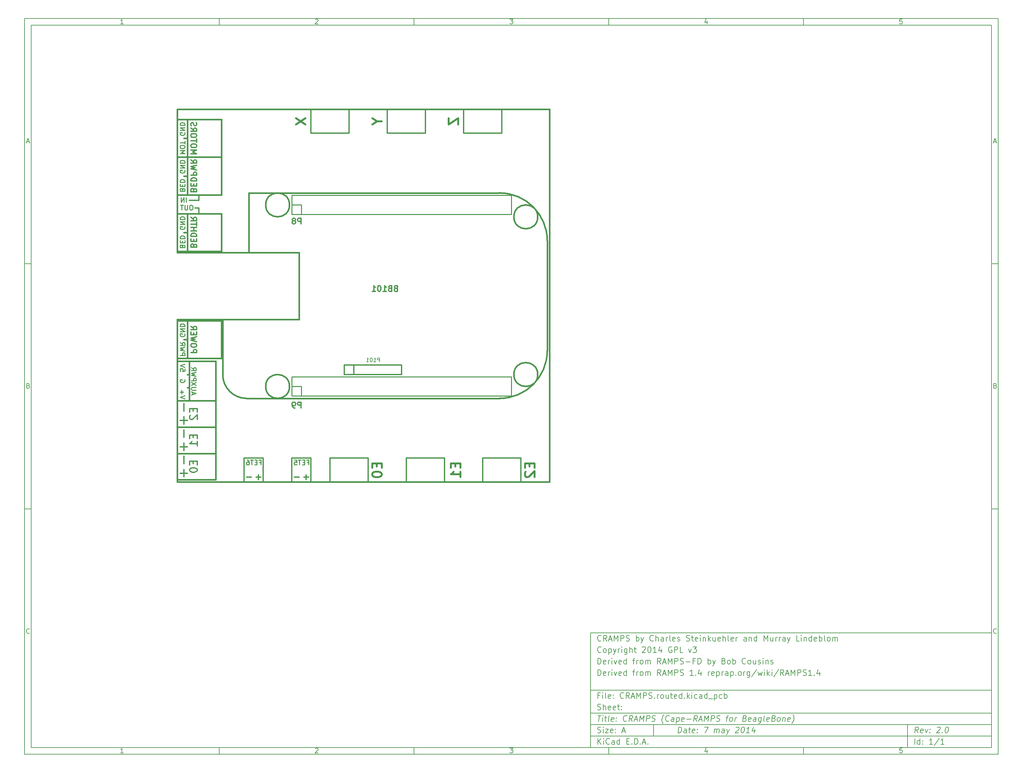
<source format=gbr>
G04 (created by PCBNEW (2013-07-07 BZR 4022)-stable) date 5/7/2014 12:27:55 AM*
%MOIN*%
G04 Gerber Fmt 3.4, Leading zero omitted, Abs format*
%FSLAX34Y34*%
G01*
G70*
G90*
G04 APERTURE LIST*
%ADD10C,0.00590551*%
%ADD11C,0.01*%
%ADD12C,0.012*%
%ADD13C,0.015*%
%ADD14C,0.011811*%
%ADD15C,0.02*%
%ADD16C,0.004*%
%ADD17C,0.008*%
G04 APERTURE END LIST*
G54D10*
X-16600Y49000D02*
X85400Y49000D01*
X85400Y-28000D01*
X-16600Y-28000D01*
X-16600Y49000D01*
X-15900Y48300D02*
X84700Y48300D01*
X84700Y-27300D01*
X-15900Y-27300D01*
X-15900Y48300D01*
X3800Y49000D02*
X3800Y48300D01*
X-6257Y48447D02*
X-6542Y48447D01*
X-6400Y48447D02*
X-6400Y48947D01*
X-6447Y48876D01*
X-6495Y48828D01*
X-6542Y48804D01*
X3800Y-28000D02*
X3800Y-27300D01*
X-6257Y-27852D02*
X-6542Y-27852D01*
X-6400Y-27852D02*
X-6400Y-27352D01*
X-6447Y-27423D01*
X-6495Y-27471D01*
X-6542Y-27495D01*
X24200Y49000D02*
X24200Y48300D01*
X13857Y48900D02*
X13880Y48923D01*
X13928Y48947D01*
X14047Y48947D01*
X14095Y48923D01*
X14119Y48900D01*
X14142Y48852D01*
X14142Y48804D01*
X14119Y48733D01*
X13833Y48447D01*
X14142Y48447D01*
X24200Y-28000D02*
X24200Y-27300D01*
X13857Y-27400D02*
X13880Y-27376D01*
X13928Y-27352D01*
X14047Y-27352D01*
X14095Y-27376D01*
X14119Y-27400D01*
X14142Y-27447D01*
X14142Y-27495D01*
X14119Y-27566D01*
X13833Y-27852D01*
X14142Y-27852D01*
X44600Y49000D02*
X44600Y48300D01*
X34233Y48947D02*
X34542Y48947D01*
X34376Y48757D01*
X34447Y48757D01*
X34495Y48733D01*
X34519Y48709D01*
X34542Y48661D01*
X34542Y48542D01*
X34519Y48495D01*
X34495Y48471D01*
X34447Y48447D01*
X34304Y48447D01*
X34257Y48471D01*
X34233Y48495D01*
X44600Y-28000D02*
X44600Y-27300D01*
X34233Y-27352D02*
X34542Y-27352D01*
X34376Y-27542D01*
X34447Y-27542D01*
X34495Y-27566D01*
X34519Y-27590D01*
X34542Y-27638D01*
X34542Y-27757D01*
X34519Y-27804D01*
X34495Y-27828D01*
X34447Y-27852D01*
X34304Y-27852D01*
X34257Y-27828D01*
X34233Y-27804D01*
X65000Y49000D02*
X65000Y48300D01*
X54895Y48780D02*
X54895Y48447D01*
X54776Y48971D02*
X54657Y48614D01*
X54966Y48614D01*
X65000Y-28000D02*
X65000Y-27300D01*
X54895Y-27519D02*
X54895Y-27852D01*
X54776Y-27328D02*
X54657Y-27685D01*
X54966Y-27685D01*
X75319Y48947D02*
X75080Y48947D01*
X75057Y48709D01*
X75080Y48733D01*
X75128Y48757D01*
X75247Y48757D01*
X75295Y48733D01*
X75319Y48709D01*
X75342Y48661D01*
X75342Y48542D01*
X75319Y48495D01*
X75295Y48471D01*
X75247Y48447D01*
X75128Y48447D01*
X75080Y48471D01*
X75057Y48495D01*
X75319Y-27352D02*
X75080Y-27352D01*
X75057Y-27590D01*
X75080Y-27566D01*
X75128Y-27542D01*
X75247Y-27542D01*
X75295Y-27566D01*
X75319Y-27590D01*
X75342Y-27638D01*
X75342Y-27757D01*
X75319Y-27804D01*
X75295Y-27828D01*
X75247Y-27852D01*
X75128Y-27852D01*
X75080Y-27828D01*
X75057Y-27804D01*
X-16600Y23340D02*
X-15900Y23340D01*
X-16369Y36110D02*
X-16130Y36110D01*
X-16416Y35967D02*
X-16249Y36467D01*
X-16083Y35967D01*
X85400Y23340D02*
X84700Y23340D01*
X84930Y36110D02*
X85169Y36110D01*
X84883Y35967D02*
X85050Y36467D01*
X85216Y35967D01*
X-16600Y-2320D02*
X-15900Y-2320D01*
X-16214Y10569D02*
X-16142Y10545D01*
X-16119Y10521D01*
X-16095Y10474D01*
X-16095Y10402D01*
X-16119Y10355D01*
X-16142Y10331D01*
X-16190Y10307D01*
X-16380Y10307D01*
X-16380Y10807D01*
X-16214Y10807D01*
X-16166Y10783D01*
X-16142Y10760D01*
X-16119Y10712D01*
X-16119Y10664D01*
X-16142Y10617D01*
X-16166Y10593D01*
X-16214Y10569D01*
X-16380Y10569D01*
X85400Y-2320D02*
X84700Y-2320D01*
X85085Y10569D02*
X85157Y10545D01*
X85180Y10521D01*
X85204Y10474D01*
X85204Y10402D01*
X85180Y10355D01*
X85157Y10331D01*
X85109Y10307D01*
X84919Y10307D01*
X84919Y10807D01*
X85085Y10807D01*
X85133Y10783D01*
X85157Y10760D01*
X85180Y10712D01*
X85180Y10664D01*
X85157Y10617D01*
X85133Y10593D01*
X85085Y10569D01*
X84919Y10569D01*
X-16095Y-15304D02*
X-16119Y-15328D01*
X-16190Y-15352D01*
X-16238Y-15352D01*
X-16309Y-15328D01*
X-16357Y-15280D01*
X-16380Y-15233D01*
X-16404Y-15138D01*
X-16404Y-15066D01*
X-16380Y-14971D01*
X-16357Y-14923D01*
X-16309Y-14876D01*
X-16238Y-14852D01*
X-16190Y-14852D01*
X-16119Y-14876D01*
X-16095Y-14900D01*
X85204Y-15304D02*
X85180Y-15328D01*
X85109Y-15352D01*
X85061Y-15352D01*
X84990Y-15328D01*
X84942Y-15280D01*
X84919Y-15233D01*
X84895Y-15138D01*
X84895Y-15066D01*
X84919Y-14971D01*
X84942Y-14923D01*
X84990Y-14876D01*
X85061Y-14852D01*
X85109Y-14852D01*
X85180Y-14876D01*
X85204Y-14900D01*
X51850Y-25742D02*
X51925Y-25142D01*
X52067Y-25142D01*
X52150Y-25171D01*
X52200Y-25228D01*
X52221Y-25285D01*
X52235Y-25400D01*
X52225Y-25485D01*
X52182Y-25600D01*
X52146Y-25657D01*
X52082Y-25714D01*
X51992Y-25742D01*
X51850Y-25742D01*
X52707Y-25742D02*
X52746Y-25428D01*
X52725Y-25371D01*
X52671Y-25342D01*
X52557Y-25342D01*
X52496Y-25371D01*
X52710Y-25714D02*
X52650Y-25742D01*
X52507Y-25742D01*
X52453Y-25714D01*
X52432Y-25657D01*
X52439Y-25600D01*
X52475Y-25542D01*
X52535Y-25514D01*
X52678Y-25514D01*
X52739Y-25485D01*
X52957Y-25342D02*
X53185Y-25342D01*
X53067Y-25142D02*
X53003Y-25657D01*
X53025Y-25714D01*
X53078Y-25742D01*
X53135Y-25742D01*
X53567Y-25714D02*
X53507Y-25742D01*
X53392Y-25742D01*
X53339Y-25714D01*
X53317Y-25657D01*
X53346Y-25428D01*
X53382Y-25371D01*
X53442Y-25342D01*
X53557Y-25342D01*
X53610Y-25371D01*
X53632Y-25428D01*
X53625Y-25485D01*
X53332Y-25542D01*
X53857Y-25685D02*
X53882Y-25714D01*
X53850Y-25742D01*
X53825Y-25714D01*
X53857Y-25685D01*
X53850Y-25742D01*
X53896Y-25371D02*
X53921Y-25400D01*
X53889Y-25428D01*
X53864Y-25400D01*
X53896Y-25371D01*
X53889Y-25428D01*
X54610Y-25142D02*
X55010Y-25142D01*
X54678Y-25742D01*
X55621Y-25742D02*
X55671Y-25342D01*
X55664Y-25400D02*
X55696Y-25371D01*
X55757Y-25342D01*
X55842Y-25342D01*
X55896Y-25371D01*
X55917Y-25428D01*
X55878Y-25742D01*
X55917Y-25428D02*
X55953Y-25371D01*
X56014Y-25342D01*
X56100Y-25342D01*
X56153Y-25371D01*
X56175Y-25428D01*
X56135Y-25742D01*
X56678Y-25742D02*
X56717Y-25428D01*
X56696Y-25371D01*
X56642Y-25342D01*
X56528Y-25342D01*
X56467Y-25371D01*
X56682Y-25714D02*
X56621Y-25742D01*
X56478Y-25742D01*
X56425Y-25714D01*
X56403Y-25657D01*
X56410Y-25600D01*
X56446Y-25542D01*
X56507Y-25514D01*
X56650Y-25514D01*
X56710Y-25485D01*
X56957Y-25342D02*
X57050Y-25742D01*
X57242Y-25342D02*
X57050Y-25742D01*
X56975Y-25885D01*
X56942Y-25914D01*
X56882Y-25942D01*
X57917Y-25200D02*
X57950Y-25171D01*
X58010Y-25142D01*
X58153Y-25142D01*
X58207Y-25171D01*
X58232Y-25200D01*
X58253Y-25257D01*
X58246Y-25314D01*
X58207Y-25400D01*
X57821Y-25742D01*
X58192Y-25742D01*
X58639Y-25142D02*
X58696Y-25142D01*
X58750Y-25171D01*
X58775Y-25200D01*
X58796Y-25257D01*
X58810Y-25371D01*
X58792Y-25514D01*
X58750Y-25628D01*
X58714Y-25685D01*
X58682Y-25714D01*
X58621Y-25742D01*
X58564Y-25742D01*
X58510Y-25714D01*
X58485Y-25685D01*
X58464Y-25628D01*
X58450Y-25514D01*
X58467Y-25371D01*
X58510Y-25257D01*
X58546Y-25200D01*
X58578Y-25171D01*
X58639Y-25142D01*
X59335Y-25742D02*
X58992Y-25742D01*
X59164Y-25742D02*
X59239Y-25142D01*
X59171Y-25228D01*
X59107Y-25285D01*
X59046Y-25314D01*
X59900Y-25342D02*
X59850Y-25742D01*
X59785Y-25114D02*
X59589Y-25542D01*
X59960Y-25542D01*
X43442Y-26942D02*
X43442Y-26342D01*
X43785Y-26942D02*
X43528Y-26600D01*
X43785Y-26342D02*
X43442Y-26685D01*
X44042Y-26942D02*
X44042Y-26542D01*
X44042Y-26342D02*
X44014Y-26371D01*
X44042Y-26400D01*
X44071Y-26371D01*
X44042Y-26342D01*
X44042Y-26400D01*
X44671Y-26885D02*
X44642Y-26914D01*
X44557Y-26942D01*
X44500Y-26942D01*
X44414Y-26914D01*
X44357Y-26857D01*
X44328Y-26800D01*
X44300Y-26685D01*
X44300Y-26600D01*
X44328Y-26485D01*
X44357Y-26428D01*
X44414Y-26371D01*
X44500Y-26342D01*
X44557Y-26342D01*
X44642Y-26371D01*
X44671Y-26400D01*
X45185Y-26942D02*
X45185Y-26628D01*
X45157Y-26571D01*
X45100Y-26542D01*
X44985Y-26542D01*
X44928Y-26571D01*
X45185Y-26914D02*
X45128Y-26942D01*
X44985Y-26942D01*
X44928Y-26914D01*
X44900Y-26857D01*
X44900Y-26800D01*
X44928Y-26742D01*
X44985Y-26714D01*
X45128Y-26714D01*
X45185Y-26685D01*
X45728Y-26942D02*
X45728Y-26342D01*
X45728Y-26914D02*
X45671Y-26942D01*
X45557Y-26942D01*
X45500Y-26914D01*
X45471Y-26885D01*
X45442Y-26828D01*
X45442Y-26657D01*
X45471Y-26600D01*
X45500Y-26571D01*
X45557Y-26542D01*
X45671Y-26542D01*
X45728Y-26571D01*
X46471Y-26628D02*
X46671Y-26628D01*
X46757Y-26942D02*
X46471Y-26942D01*
X46471Y-26342D01*
X46757Y-26342D01*
X47014Y-26885D02*
X47042Y-26914D01*
X47014Y-26942D01*
X46985Y-26914D01*
X47014Y-26885D01*
X47014Y-26942D01*
X47299Y-26942D02*
X47299Y-26342D01*
X47442Y-26342D01*
X47528Y-26371D01*
X47585Y-26428D01*
X47614Y-26485D01*
X47642Y-26600D01*
X47642Y-26685D01*
X47614Y-26800D01*
X47585Y-26857D01*
X47528Y-26914D01*
X47442Y-26942D01*
X47299Y-26942D01*
X47899Y-26885D02*
X47928Y-26914D01*
X47899Y-26942D01*
X47871Y-26914D01*
X47899Y-26885D01*
X47899Y-26942D01*
X48157Y-26771D02*
X48442Y-26771D01*
X48099Y-26942D02*
X48299Y-26342D01*
X48499Y-26942D01*
X48699Y-26885D02*
X48728Y-26914D01*
X48699Y-26942D01*
X48671Y-26914D01*
X48699Y-26885D01*
X48699Y-26942D01*
X76992Y-25742D02*
X76828Y-25457D01*
X76650Y-25742D02*
X76725Y-25142D01*
X76953Y-25142D01*
X77007Y-25171D01*
X77032Y-25200D01*
X77053Y-25257D01*
X77042Y-25342D01*
X77007Y-25400D01*
X76975Y-25428D01*
X76914Y-25457D01*
X76685Y-25457D01*
X77482Y-25714D02*
X77421Y-25742D01*
X77307Y-25742D01*
X77253Y-25714D01*
X77232Y-25657D01*
X77260Y-25428D01*
X77296Y-25371D01*
X77357Y-25342D01*
X77471Y-25342D01*
X77525Y-25371D01*
X77546Y-25428D01*
X77539Y-25485D01*
X77246Y-25542D01*
X77757Y-25342D02*
X77850Y-25742D01*
X78042Y-25342D01*
X78228Y-25685D02*
X78253Y-25714D01*
X78221Y-25742D01*
X78196Y-25714D01*
X78228Y-25685D01*
X78221Y-25742D01*
X78267Y-25371D02*
X78292Y-25400D01*
X78260Y-25428D01*
X78235Y-25400D01*
X78267Y-25371D01*
X78260Y-25428D01*
X79003Y-25200D02*
X79035Y-25171D01*
X79096Y-25142D01*
X79239Y-25142D01*
X79292Y-25171D01*
X79317Y-25200D01*
X79339Y-25257D01*
X79332Y-25314D01*
X79292Y-25400D01*
X78907Y-25742D01*
X79278Y-25742D01*
X79542Y-25685D02*
X79567Y-25714D01*
X79535Y-25742D01*
X79510Y-25714D01*
X79542Y-25685D01*
X79535Y-25742D01*
X80010Y-25142D02*
X80067Y-25142D01*
X80121Y-25171D01*
X80146Y-25200D01*
X80167Y-25257D01*
X80182Y-25371D01*
X80164Y-25514D01*
X80121Y-25628D01*
X80085Y-25685D01*
X80053Y-25714D01*
X79992Y-25742D01*
X79935Y-25742D01*
X79882Y-25714D01*
X79857Y-25685D01*
X79835Y-25628D01*
X79821Y-25514D01*
X79839Y-25371D01*
X79882Y-25257D01*
X79917Y-25200D01*
X79950Y-25171D01*
X80010Y-25142D01*
X43414Y-25714D02*
X43500Y-25742D01*
X43642Y-25742D01*
X43700Y-25714D01*
X43728Y-25685D01*
X43757Y-25628D01*
X43757Y-25571D01*
X43728Y-25514D01*
X43700Y-25485D01*
X43642Y-25457D01*
X43528Y-25428D01*
X43471Y-25400D01*
X43442Y-25371D01*
X43414Y-25314D01*
X43414Y-25257D01*
X43442Y-25200D01*
X43471Y-25171D01*
X43528Y-25142D01*
X43671Y-25142D01*
X43757Y-25171D01*
X44014Y-25742D02*
X44014Y-25342D01*
X44014Y-25142D02*
X43985Y-25171D01*
X44014Y-25200D01*
X44042Y-25171D01*
X44014Y-25142D01*
X44014Y-25200D01*
X44242Y-25342D02*
X44557Y-25342D01*
X44242Y-25742D01*
X44557Y-25742D01*
X45014Y-25714D02*
X44957Y-25742D01*
X44842Y-25742D01*
X44785Y-25714D01*
X44757Y-25657D01*
X44757Y-25428D01*
X44785Y-25371D01*
X44842Y-25342D01*
X44957Y-25342D01*
X45014Y-25371D01*
X45042Y-25428D01*
X45042Y-25485D01*
X44757Y-25542D01*
X45300Y-25685D02*
X45328Y-25714D01*
X45300Y-25742D01*
X45271Y-25714D01*
X45300Y-25685D01*
X45300Y-25742D01*
X45300Y-25371D02*
X45328Y-25400D01*
X45300Y-25428D01*
X45271Y-25400D01*
X45300Y-25371D01*
X45300Y-25428D01*
X46014Y-25571D02*
X46300Y-25571D01*
X45957Y-25742D02*
X46157Y-25142D01*
X46357Y-25742D01*
X76642Y-26942D02*
X76642Y-26342D01*
X77185Y-26942D02*
X77185Y-26342D01*
X77185Y-26914D02*
X77128Y-26942D01*
X77014Y-26942D01*
X76957Y-26914D01*
X76928Y-26885D01*
X76900Y-26828D01*
X76900Y-26657D01*
X76928Y-26600D01*
X76957Y-26571D01*
X77014Y-26542D01*
X77128Y-26542D01*
X77185Y-26571D01*
X77471Y-26885D02*
X77500Y-26914D01*
X77471Y-26942D01*
X77442Y-26914D01*
X77471Y-26885D01*
X77471Y-26942D01*
X77471Y-26571D02*
X77500Y-26600D01*
X77471Y-26628D01*
X77442Y-26600D01*
X77471Y-26571D01*
X77471Y-26628D01*
X78528Y-26942D02*
X78185Y-26942D01*
X78357Y-26942D02*
X78357Y-26342D01*
X78299Y-26428D01*
X78242Y-26485D01*
X78185Y-26514D01*
X79214Y-26314D02*
X78700Y-27085D01*
X79728Y-26942D02*
X79385Y-26942D01*
X79557Y-26942D02*
X79557Y-26342D01*
X79499Y-26428D01*
X79442Y-26485D01*
X79385Y-26514D01*
X43439Y-23942D02*
X43782Y-23942D01*
X43535Y-24542D02*
X43610Y-23942D01*
X43907Y-24542D02*
X43957Y-24142D01*
X43982Y-23942D02*
X43950Y-23971D01*
X43975Y-24000D01*
X44007Y-23971D01*
X43982Y-23942D01*
X43975Y-24000D01*
X44157Y-24142D02*
X44385Y-24142D01*
X44267Y-23942D02*
X44203Y-24457D01*
X44225Y-24514D01*
X44278Y-24542D01*
X44335Y-24542D01*
X44621Y-24542D02*
X44567Y-24514D01*
X44546Y-24457D01*
X44610Y-23942D01*
X45082Y-24514D02*
X45021Y-24542D01*
X44907Y-24542D01*
X44853Y-24514D01*
X44832Y-24457D01*
X44860Y-24228D01*
X44896Y-24171D01*
X44957Y-24142D01*
X45071Y-24142D01*
X45125Y-24171D01*
X45146Y-24228D01*
X45139Y-24285D01*
X44846Y-24342D01*
X45371Y-24485D02*
X45396Y-24514D01*
X45364Y-24542D01*
X45339Y-24514D01*
X45371Y-24485D01*
X45364Y-24542D01*
X45410Y-24171D02*
X45435Y-24200D01*
X45403Y-24228D01*
X45378Y-24200D01*
X45410Y-24171D01*
X45403Y-24228D01*
X46457Y-24485D02*
X46425Y-24514D01*
X46335Y-24542D01*
X46278Y-24542D01*
X46196Y-24514D01*
X46146Y-24457D01*
X46125Y-24400D01*
X46110Y-24285D01*
X46121Y-24200D01*
X46164Y-24085D01*
X46200Y-24028D01*
X46264Y-23971D01*
X46353Y-23942D01*
X46410Y-23942D01*
X46492Y-23971D01*
X46517Y-24000D01*
X47050Y-24542D02*
X46885Y-24257D01*
X46707Y-24542D02*
X46782Y-23942D01*
X47010Y-23942D01*
X47064Y-23971D01*
X47089Y-24000D01*
X47110Y-24057D01*
X47100Y-24142D01*
X47064Y-24200D01*
X47032Y-24228D01*
X46971Y-24257D01*
X46742Y-24257D01*
X47300Y-24371D02*
X47585Y-24371D01*
X47221Y-24542D02*
X47496Y-23942D01*
X47621Y-24542D01*
X47821Y-24542D02*
X47896Y-23942D01*
X48042Y-24371D01*
X48296Y-23942D01*
X48221Y-24542D01*
X48507Y-24542D02*
X48582Y-23942D01*
X48810Y-23942D01*
X48864Y-23971D01*
X48889Y-24000D01*
X48910Y-24057D01*
X48900Y-24142D01*
X48864Y-24200D01*
X48832Y-24228D01*
X48771Y-24257D01*
X48542Y-24257D01*
X49082Y-24514D02*
X49164Y-24542D01*
X49307Y-24542D01*
X49367Y-24514D01*
X49400Y-24485D01*
X49435Y-24428D01*
X49442Y-24371D01*
X49421Y-24314D01*
X49396Y-24285D01*
X49342Y-24257D01*
X49232Y-24228D01*
X49178Y-24200D01*
X49153Y-24171D01*
X49132Y-24114D01*
X49139Y-24057D01*
X49175Y-24000D01*
X49207Y-23971D01*
X49267Y-23942D01*
X49410Y-23942D01*
X49492Y-23971D01*
X50278Y-24771D02*
X50253Y-24742D01*
X50207Y-24657D01*
X50185Y-24600D01*
X50167Y-24514D01*
X50157Y-24371D01*
X50171Y-24257D01*
X50217Y-24114D01*
X50257Y-24028D01*
X50292Y-23971D01*
X50360Y-23885D01*
X50392Y-23857D01*
X50885Y-24485D02*
X50853Y-24514D01*
X50764Y-24542D01*
X50707Y-24542D01*
X50625Y-24514D01*
X50575Y-24457D01*
X50553Y-24400D01*
X50539Y-24285D01*
X50550Y-24200D01*
X50592Y-24085D01*
X50628Y-24028D01*
X50692Y-23971D01*
X50782Y-23942D01*
X50839Y-23942D01*
X50921Y-23971D01*
X50946Y-24000D01*
X51392Y-24542D02*
X51432Y-24228D01*
X51410Y-24171D01*
X51357Y-24142D01*
X51242Y-24142D01*
X51182Y-24171D01*
X51396Y-24514D02*
X51335Y-24542D01*
X51192Y-24542D01*
X51139Y-24514D01*
X51117Y-24457D01*
X51125Y-24400D01*
X51160Y-24342D01*
X51221Y-24314D01*
X51364Y-24314D01*
X51425Y-24285D01*
X51728Y-24142D02*
X51653Y-24742D01*
X51725Y-24171D02*
X51785Y-24142D01*
X51900Y-24142D01*
X51953Y-24171D01*
X51978Y-24200D01*
X52000Y-24257D01*
X51978Y-24428D01*
X51942Y-24485D01*
X51910Y-24514D01*
X51850Y-24542D01*
X51735Y-24542D01*
X51682Y-24514D01*
X52453Y-24514D02*
X52392Y-24542D01*
X52278Y-24542D01*
X52225Y-24514D01*
X52203Y-24457D01*
X52232Y-24228D01*
X52267Y-24171D01*
X52328Y-24142D01*
X52442Y-24142D01*
X52496Y-24171D01*
X52517Y-24228D01*
X52510Y-24285D01*
X52217Y-24342D01*
X52764Y-24314D02*
X53221Y-24314D01*
X53821Y-24542D02*
X53657Y-24257D01*
X53478Y-24542D02*
X53553Y-23942D01*
X53782Y-23942D01*
X53835Y-23971D01*
X53860Y-24000D01*
X53882Y-24057D01*
X53871Y-24142D01*
X53835Y-24200D01*
X53803Y-24228D01*
X53742Y-24257D01*
X53514Y-24257D01*
X54071Y-24371D02*
X54357Y-24371D01*
X53992Y-24542D02*
X54267Y-23942D01*
X54392Y-24542D01*
X54592Y-24542D02*
X54667Y-23942D01*
X54814Y-24371D01*
X55067Y-23942D01*
X54992Y-24542D01*
X55278Y-24542D02*
X55353Y-23942D01*
X55582Y-23942D01*
X55635Y-23971D01*
X55660Y-24000D01*
X55682Y-24057D01*
X55671Y-24142D01*
X55635Y-24200D01*
X55603Y-24228D01*
X55542Y-24257D01*
X55314Y-24257D01*
X55853Y-24514D02*
X55935Y-24542D01*
X56078Y-24542D01*
X56139Y-24514D01*
X56171Y-24485D01*
X56207Y-24428D01*
X56214Y-24371D01*
X56192Y-24314D01*
X56167Y-24285D01*
X56114Y-24257D01*
X56003Y-24228D01*
X55950Y-24200D01*
X55925Y-24171D01*
X55903Y-24114D01*
X55910Y-24057D01*
X55946Y-24000D01*
X55978Y-23971D01*
X56039Y-23942D01*
X56182Y-23942D01*
X56264Y-23971D01*
X56871Y-24142D02*
X57100Y-24142D01*
X56907Y-24542D02*
X56971Y-24028D01*
X57007Y-23971D01*
X57067Y-23942D01*
X57125Y-23942D01*
X57335Y-24542D02*
X57282Y-24514D01*
X57257Y-24485D01*
X57235Y-24428D01*
X57257Y-24257D01*
X57292Y-24200D01*
X57325Y-24171D01*
X57385Y-24142D01*
X57471Y-24142D01*
X57525Y-24171D01*
X57550Y-24200D01*
X57571Y-24257D01*
X57550Y-24428D01*
X57514Y-24485D01*
X57482Y-24514D01*
X57421Y-24542D01*
X57335Y-24542D01*
X57792Y-24542D02*
X57842Y-24142D01*
X57828Y-24257D02*
X57864Y-24200D01*
X57896Y-24171D01*
X57957Y-24142D01*
X58014Y-24142D01*
X58860Y-24228D02*
X58942Y-24257D01*
X58967Y-24285D01*
X58989Y-24342D01*
X58978Y-24428D01*
X58942Y-24485D01*
X58910Y-24514D01*
X58850Y-24542D01*
X58621Y-24542D01*
X58696Y-23942D01*
X58896Y-23942D01*
X58950Y-23971D01*
X58975Y-24000D01*
X58996Y-24057D01*
X58989Y-24114D01*
X58953Y-24171D01*
X58921Y-24200D01*
X58860Y-24228D01*
X58660Y-24228D01*
X59453Y-24514D02*
X59392Y-24542D01*
X59278Y-24542D01*
X59225Y-24514D01*
X59203Y-24457D01*
X59232Y-24228D01*
X59267Y-24171D01*
X59328Y-24142D01*
X59442Y-24142D01*
X59496Y-24171D01*
X59517Y-24228D01*
X59510Y-24285D01*
X59217Y-24342D01*
X59992Y-24542D02*
X60032Y-24228D01*
X60010Y-24171D01*
X59957Y-24142D01*
X59842Y-24142D01*
X59782Y-24171D01*
X59996Y-24514D02*
X59935Y-24542D01*
X59792Y-24542D01*
X59739Y-24514D01*
X59717Y-24457D01*
X59725Y-24400D01*
X59760Y-24342D01*
X59821Y-24314D01*
X59964Y-24314D01*
X60025Y-24285D01*
X60585Y-24142D02*
X60525Y-24628D01*
X60489Y-24685D01*
X60457Y-24714D01*
X60396Y-24742D01*
X60310Y-24742D01*
X60257Y-24714D01*
X60539Y-24514D02*
X60478Y-24542D01*
X60364Y-24542D01*
X60310Y-24514D01*
X60285Y-24485D01*
X60264Y-24428D01*
X60285Y-24257D01*
X60321Y-24200D01*
X60353Y-24171D01*
X60414Y-24142D01*
X60528Y-24142D01*
X60582Y-24171D01*
X60907Y-24542D02*
X60853Y-24514D01*
X60832Y-24457D01*
X60896Y-23942D01*
X61367Y-24514D02*
X61307Y-24542D01*
X61192Y-24542D01*
X61139Y-24514D01*
X61117Y-24457D01*
X61146Y-24228D01*
X61182Y-24171D01*
X61242Y-24142D01*
X61357Y-24142D01*
X61410Y-24171D01*
X61432Y-24228D01*
X61425Y-24285D01*
X61132Y-24342D01*
X61889Y-24228D02*
X61971Y-24257D01*
X61996Y-24285D01*
X62017Y-24342D01*
X62007Y-24428D01*
X61971Y-24485D01*
X61939Y-24514D01*
X61878Y-24542D01*
X61650Y-24542D01*
X61725Y-23942D01*
X61925Y-23942D01*
X61978Y-23971D01*
X62003Y-24000D01*
X62025Y-24057D01*
X62017Y-24114D01*
X61982Y-24171D01*
X61950Y-24200D01*
X61889Y-24228D01*
X61689Y-24228D01*
X62335Y-24542D02*
X62282Y-24514D01*
X62257Y-24485D01*
X62235Y-24428D01*
X62257Y-24257D01*
X62292Y-24200D01*
X62325Y-24171D01*
X62385Y-24142D01*
X62471Y-24142D01*
X62525Y-24171D01*
X62550Y-24200D01*
X62571Y-24257D01*
X62550Y-24428D01*
X62514Y-24485D01*
X62482Y-24514D01*
X62421Y-24542D01*
X62335Y-24542D01*
X62842Y-24142D02*
X62792Y-24542D01*
X62835Y-24200D02*
X62867Y-24171D01*
X62928Y-24142D01*
X63014Y-24142D01*
X63067Y-24171D01*
X63089Y-24228D01*
X63050Y-24542D01*
X63567Y-24514D02*
X63507Y-24542D01*
X63392Y-24542D01*
X63339Y-24514D01*
X63317Y-24457D01*
X63346Y-24228D01*
X63382Y-24171D01*
X63442Y-24142D01*
X63557Y-24142D01*
X63610Y-24171D01*
X63632Y-24228D01*
X63625Y-24285D01*
X63332Y-24342D01*
X63764Y-24771D02*
X63796Y-24742D01*
X63864Y-24657D01*
X63900Y-24600D01*
X63939Y-24514D01*
X63985Y-24371D01*
X64000Y-24257D01*
X63989Y-24114D01*
X63971Y-24028D01*
X63950Y-23971D01*
X63903Y-23885D01*
X63878Y-23857D01*
X43642Y-21828D02*
X43442Y-21828D01*
X43442Y-22142D02*
X43442Y-21542D01*
X43728Y-21542D01*
X43957Y-22142D02*
X43957Y-21742D01*
X43957Y-21542D02*
X43928Y-21571D01*
X43957Y-21600D01*
X43985Y-21571D01*
X43957Y-21542D01*
X43957Y-21600D01*
X44328Y-22142D02*
X44271Y-22114D01*
X44242Y-22057D01*
X44242Y-21542D01*
X44785Y-22114D02*
X44728Y-22142D01*
X44614Y-22142D01*
X44557Y-22114D01*
X44528Y-22057D01*
X44528Y-21828D01*
X44557Y-21771D01*
X44614Y-21742D01*
X44728Y-21742D01*
X44785Y-21771D01*
X44814Y-21828D01*
X44814Y-21885D01*
X44528Y-21942D01*
X45071Y-22085D02*
X45100Y-22114D01*
X45071Y-22142D01*
X45042Y-22114D01*
X45071Y-22085D01*
X45071Y-22142D01*
X45071Y-21771D02*
X45100Y-21800D01*
X45071Y-21828D01*
X45042Y-21800D01*
X45071Y-21771D01*
X45071Y-21828D01*
X46157Y-22085D02*
X46128Y-22114D01*
X46042Y-22142D01*
X45985Y-22142D01*
X45900Y-22114D01*
X45842Y-22057D01*
X45814Y-22000D01*
X45785Y-21885D01*
X45785Y-21800D01*
X45814Y-21685D01*
X45842Y-21628D01*
X45900Y-21571D01*
X45985Y-21542D01*
X46042Y-21542D01*
X46128Y-21571D01*
X46157Y-21600D01*
X46757Y-22142D02*
X46557Y-21857D01*
X46414Y-22142D02*
X46414Y-21542D01*
X46642Y-21542D01*
X46700Y-21571D01*
X46728Y-21600D01*
X46757Y-21657D01*
X46757Y-21742D01*
X46728Y-21800D01*
X46700Y-21828D01*
X46642Y-21857D01*
X46414Y-21857D01*
X46985Y-21971D02*
X47271Y-21971D01*
X46928Y-22142D02*
X47128Y-21542D01*
X47328Y-22142D01*
X47528Y-22142D02*
X47528Y-21542D01*
X47728Y-21971D01*
X47928Y-21542D01*
X47928Y-22142D01*
X48214Y-22142D02*
X48214Y-21542D01*
X48442Y-21542D01*
X48500Y-21571D01*
X48528Y-21600D01*
X48557Y-21657D01*
X48557Y-21742D01*
X48528Y-21800D01*
X48500Y-21828D01*
X48442Y-21857D01*
X48214Y-21857D01*
X48785Y-22114D02*
X48871Y-22142D01*
X49014Y-22142D01*
X49071Y-22114D01*
X49100Y-22085D01*
X49128Y-22028D01*
X49128Y-21971D01*
X49100Y-21914D01*
X49071Y-21885D01*
X49014Y-21857D01*
X48900Y-21828D01*
X48842Y-21800D01*
X48814Y-21771D01*
X48785Y-21714D01*
X48785Y-21657D01*
X48814Y-21600D01*
X48842Y-21571D01*
X48900Y-21542D01*
X49042Y-21542D01*
X49128Y-21571D01*
X49385Y-22085D02*
X49414Y-22114D01*
X49385Y-22142D01*
X49357Y-22114D01*
X49385Y-22085D01*
X49385Y-22142D01*
X49671Y-22142D02*
X49671Y-21742D01*
X49671Y-21857D02*
X49700Y-21800D01*
X49728Y-21771D01*
X49785Y-21742D01*
X49842Y-21742D01*
X50128Y-22142D02*
X50071Y-22114D01*
X50042Y-22085D01*
X50014Y-22028D01*
X50014Y-21857D01*
X50042Y-21800D01*
X50071Y-21771D01*
X50128Y-21742D01*
X50214Y-21742D01*
X50271Y-21771D01*
X50300Y-21800D01*
X50328Y-21857D01*
X50328Y-22028D01*
X50300Y-22085D01*
X50271Y-22114D01*
X50214Y-22142D01*
X50128Y-22142D01*
X50842Y-21742D02*
X50842Y-22142D01*
X50585Y-21742D02*
X50585Y-22057D01*
X50614Y-22114D01*
X50671Y-22142D01*
X50757Y-22142D01*
X50814Y-22114D01*
X50842Y-22085D01*
X51042Y-21742D02*
X51271Y-21742D01*
X51128Y-21542D02*
X51128Y-22057D01*
X51157Y-22114D01*
X51214Y-22142D01*
X51271Y-22142D01*
X51700Y-22114D02*
X51642Y-22142D01*
X51528Y-22142D01*
X51471Y-22114D01*
X51442Y-22057D01*
X51442Y-21828D01*
X51471Y-21771D01*
X51528Y-21742D01*
X51642Y-21742D01*
X51700Y-21771D01*
X51728Y-21828D01*
X51728Y-21885D01*
X51442Y-21942D01*
X52242Y-22142D02*
X52242Y-21542D01*
X52242Y-22114D02*
X52185Y-22142D01*
X52071Y-22142D01*
X52014Y-22114D01*
X51985Y-22085D01*
X51957Y-22028D01*
X51957Y-21857D01*
X51985Y-21800D01*
X52014Y-21771D01*
X52071Y-21742D01*
X52185Y-21742D01*
X52242Y-21771D01*
X52528Y-22085D02*
X52557Y-22114D01*
X52528Y-22142D01*
X52500Y-22114D01*
X52528Y-22085D01*
X52528Y-22142D01*
X52814Y-22142D02*
X52814Y-21542D01*
X52871Y-21914D02*
X53042Y-22142D01*
X53042Y-21742D02*
X52814Y-21971D01*
X53300Y-22142D02*
X53300Y-21742D01*
X53300Y-21542D02*
X53271Y-21571D01*
X53300Y-21600D01*
X53328Y-21571D01*
X53300Y-21542D01*
X53300Y-21600D01*
X53842Y-22114D02*
X53785Y-22142D01*
X53671Y-22142D01*
X53614Y-22114D01*
X53585Y-22085D01*
X53557Y-22028D01*
X53557Y-21857D01*
X53585Y-21800D01*
X53614Y-21771D01*
X53671Y-21742D01*
X53785Y-21742D01*
X53842Y-21771D01*
X54357Y-22142D02*
X54357Y-21828D01*
X54328Y-21771D01*
X54271Y-21742D01*
X54157Y-21742D01*
X54100Y-21771D01*
X54357Y-22114D02*
X54300Y-22142D01*
X54157Y-22142D01*
X54100Y-22114D01*
X54071Y-22057D01*
X54071Y-22000D01*
X54100Y-21942D01*
X54157Y-21914D01*
X54300Y-21914D01*
X54357Y-21885D01*
X54900Y-22142D02*
X54900Y-21542D01*
X54900Y-22114D02*
X54842Y-22142D01*
X54728Y-22142D01*
X54671Y-22114D01*
X54642Y-22085D01*
X54614Y-22028D01*
X54614Y-21857D01*
X54642Y-21800D01*
X54671Y-21771D01*
X54728Y-21742D01*
X54842Y-21742D01*
X54900Y-21771D01*
X55042Y-22200D02*
X55500Y-22200D01*
X55642Y-21742D02*
X55642Y-22342D01*
X55642Y-21771D02*
X55700Y-21742D01*
X55814Y-21742D01*
X55871Y-21771D01*
X55900Y-21800D01*
X55928Y-21857D01*
X55928Y-22028D01*
X55900Y-22085D01*
X55871Y-22114D01*
X55814Y-22142D01*
X55700Y-22142D01*
X55642Y-22114D01*
X56442Y-22114D02*
X56385Y-22142D01*
X56271Y-22142D01*
X56214Y-22114D01*
X56185Y-22085D01*
X56157Y-22028D01*
X56157Y-21857D01*
X56185Y-21800D01*
X56214Y-21771D01*
X56271Y-21742D01*
X56385Y-21742D01*
X56442Y-21771D01*
X56700Y-22142D02*
X56700Y-21542D01*
X56700Y-21771D02*
X56757Y-21742D01*
X56871Y-21742D01*
X56928Y-21771D01*
X56957Y-21800D01*
X56985Y-21857D01*
X56985Y-22028D01*
X56957Y-22085D01*
X56928Y-22114D01*
X56871Y-22142D01*
X56757Y-22142D01*
X56700Y-22114D01*
X43414Y-23314D02*
X43500Y-23342D01*
X43642Y-23342D01*
X43700Y-23314D01*
X43728Y-23285D01*
X43757Y-23228D01*
X43757Y-23171D01*
X43728Y-23114D01*
X43700Y-23085D01*
X43642Y-23057D01*
X43528Y-23028D01*
X43471Y-23000D01*
X43442Y-22971D01*
X43414Y-22914D01*
X43414Y-22857D01*
X43442Y-22800D01*
X43471Y-22771D01*
X43528Y-22742D01*
X43671Y-22742D01*
X43757Y-22771D01*
X44014Y-23342D02*
X44014Y-22742D01*
X44271Y-23342D02*
X44271Y-23028D01*
X44242Y-22971D01*
X44185Y-22942D01*
X44100Y-22942D01*
X44042Y-22971D01*
X44014Y-23000D01*
X44785Y-23314D02*
X44728Y-23342D01*
X44614Y-23342D01*
X44557Y-23314D01*
X44528Y-23257D01*
X44528Y-23028D01*
X44557Y-22971D01*
X44614Y-22942D01*
X44728Y-22942D01*
X44785Y-22971D01*
X44814Y-23028D01*
X44814Y-23085D01*
X44528Y-23142D01*
X45300Y-23314D02*
X45242Y-23342D01*
X45128Y-23342D01*
X45071Y-23314D01*
X45042Y-23257D01*
X45042Y-23028D01*
X45071Y-22971D01*
X45128Y-22942D01*
X45242Y-22942D01*
X45300Y-22971D01*
X45328Y-23028D01*
X45328Y-23085D01*
X45042Y-23142D01*
X45500Y-22942D02*
X45728Y-22942D01*
X45585Y-22742D02*
X45585Y-23257D01*
X45614Y-23314D01*
X45671Y-23342D01*
X45728Y-23342D01*
X45928Y-23285D02*
X45957Y-23314D01*
X45928Y-23342D01*
X45900Y-23314D01*
X45928Y-23285D01*
X45928Y-23342D01*
X45928Y-22971D02*
X45957Y-23000D01*
X45928Y-23028D01*
X45900Y-23000D01*
X45928Y-22971D01*
X45928Y-23028D01*
X43442Y-19742D02*
X43442Y-19142D01*
X43585Y-19142D01*
X43671Y-19171D01*
X43728Y-19228D01*
X43757Y-19285D01*
X43785Y-19400D01*
X43785Y-19485D01*
X43757Y-19600D01*
X43728Y-19657D01*
X43671Y-19714D01*
X43585Y-19742D01*
X43442Y-19742D01*
X44271Y-19714D02*
X44214Y-19742D01*
X44100Y-19742D01*
X44042Y-19714D01*
X44014Y-19657D01*
X44014Y-19428D01*
X44042Y-19371D01*
X44100Y-19342D01*
X44214Y-19342D01*
X44271Y-19371D01*
X44300Y-19428D01*
X44300Y-19485D01*
X44014Y-19542D01*
X44557Y-19742D02*
X44557Y-19342D01*
X44557Y-19457D02*
X44585Y-19400D01*
X44614Y-19371D01*
X44671Y-19342D01*
X44728Y-19342D01*
X44928Y-19742D02*
X44928Y-19342D01*
X44928Y-19142D02*
X44900Y-19171D01*
X44928Y-19200D01*
X44957Y-19171D01*
X44928Y-19142D01*
X44928Y-19200D01*
X45157Y-19342D02*
X45300Y-19742D01*
X45442Y-19342D01*
X45900Y-19714D02*
X45842Y-19742D01*
X45728Y-19742D01*
X45671Y-19714D01*
X45642Y-19657D01*
X45642Y-19428D01*
X45671Y-19371D01*
X45728Y-19342D01*
X45842Y-19342D01*
X45900Y-19371D01*
X45928Y-19428D01*
X45928Y-19485D01*
X45642Y-19542D01*
X46442Y-19742D02*
X46442Y-19142D01*
X46442Y-19714D02*
X46385Y-19742D01*
X46271Y-19742D01*
X46214Y-19714D01*
X46185Y-19685D01*
X46157Y-19628D01*
X46157Y-19457D01*
X46185Y-19400D01*
X46214Y-19371D01*
X46271Y-19342D01*
X46385Y-19342D01*
X46442Y-19371D01*
X47100Y-19342D02*
X47328Y-19342D01*
X47185Y-19742D02*
X47185Y-19228D01*
X47214Y-19171D01*
X47271Y-19142D01*
X47328Y-19142D01*
X47528Y-19742D02*
X47528Y-19342D01*
X47528Y-19457D02*
X47557Y-19400D01*
X47585Y-19371D01*
X47642Y-19342D01*
X47700Y-19342D01*
X47985Y-19742D02*
X47928Y-19714D01*
X47900Y-19685D01*
X47871Y-19628D01*
X47871Y-19457D01*
X47900Y-19400D01*
X47928Y-19371D01*
X47985Y-19342D01*
X48071Y-19342D01*
X48128Y-19371D01*
X48157Y-19400D01*
X48185Y-19457D01*
X48185Y-19628D01*
X48157Y-19685D01*
X48128Y-19714D01*
X48071Y-19742D01*
X47985Y-19742D01*
X48442Y-19742D02*
X48442Y-19342D01*
X48442Y-19400D02*
X48471Y-19371D01*
X48528Y-19342D01*
X48614Y-19342D01*
X48671Y-19371D01*
X48700Y-19428D01*
X48700Y-19742D01*
X48700Y-19428D02*
X48728Y-19371D01*
X48785Y-19342D01*
X48871Y-19342D01*
X48928Y-19371D01*
X48957Y-19428D01*
X48957Y-19742D01*
X50042Y-19742D02*
X49842Y-19457D01*
X49700Y-19742D02*
X49700Y-19142D01*
X49928Y-19142D01*
X49985Y-19171D01*
X50014Y-19200D01*
X50042Y-19257D01*
X50042Y-19342D01*
X50014Y-19400D01*
X49985Y-19428D01*
X49928Y-19457D01*
X49700Y-19457D01*
X50271Y-19571D02*
X50557Y-19571D01*
X50214Y-19742D02*
X50414Y-19142D01*
X50614Y-19742D01*
X50814Y-19742D02*
X50814Y-19142D01*
X51014Y-19571D01*
X51214Y-19142D01*
X51214Y-19742D01*
X51500Y-19742D02*
X51500Y-19142D01*
X51728Y-19142D01*
X51785Y-19171D01*
X51814Y-19200D01*
X51842Y-19257D01*
X51842Y-19342D01*
X51814Y-19400D01*
X51785Y-19428D01*
X51728Y-19457D01*
X51500Y-19457D01*
X52071Y-19714D02*
X52157Y-19742D01*
X52300Y-19742D01*
X52357Y-19714D01*
X52385Y-19685D01*
X52414Y-19628D01*
X52414Y-19571D01*
X52385Y-19514D01*
X52357Y-19485D01*
X52300Y-19457D01*
X52185Y-19428D01*
X52128Y-19400D01*
X52100Y-19371D01*
X52071Y-19314D01*
X52071Y-19257D01*
X52100Y-19200D01*
X52128Y-19171D01*
X52185Y-19142D01*
X52328Y-19142D01*
X52414Y-19171D01*
X53442Y-19742D02*
X53100Y-19742D01*
X53271Y-19742D02*
X53271Y-19142D01*
X53214Y-19228D01*
X53157Y-19285D01*
X53100Y-19314D01*
X53700Y-19685D02*
X53728Y-19714D01*
X53700Y-19742D01*
X53671Y-19714D01*
X53700Y-19685D01*
X53700Y-19742D01*
X54242Y-19342D02*
X54242Y-19742D01*
X54100Y-19114D02*
X53957Y-19542D01*
X54328Y-19542D01*
X55014Y-19742D02*
X55014Y-19342D01*
X55014Y-19457D02*
X55042Y-19400D01*
X55071Y-19371D01*
X55128Y-19342D01*
X55185Y-19342D01*
X55614Y-19714D02*
X55557Y-19742D01*
X55442Y-19742D01*
X55385Y-19714D01*
X55357Y-19657D01*
X55357Y-19428D01*
X55385Y-19371D01*
X55442Y-19342D01*
X55557Y-19342D01*
X55614Y-19371D01*
X55642Y-19428D01*
X55642Y-19485D01*
X55357Y-19542D01*
X55900Y-19342D02*
X55900Y-19942D01*
X55900Y-19371D02*
X55957Y-19342D01*
X56071Y-19342D01*
X56128Y-19371D01*
X56157Y-19400D01*
X56185Y-19457D01*
X56185Y-19628D01*
X56157Y-19685D01*
X56128Y-19714D01*
X56071Y-19742D01*
X55957Y-19742D01*
X55900Y-19714D01*
X56442Y-19742D02*
X56442Y-19342D01*
X56442Y-19457D02*
X56471Y-19400D01*
X56500Y-19371D01*
X56557Y-19342D01*
X56614Y-19342D01*
X57071Y-19742D02*
X57071Y-19428D01*
X57042Y-19371D01*
X56985Y-19342D01*
X56871Y-19342D01*
X56814Y-19371D01*
X57071Y-19714D02*
X57014Y-19742D01*
X56871Y-19742D01*
X56814Y-19714D01*
X56785Y-19657D01*
X56785Y-19600D01*
X56814Y-19542D01*
X56871Y-19514D01*
X57014Y-19514D01*
X57071Y-19485D01*
X57357Y-19342D02*
X57357Y-19942D01*
X57357Y-19371D02*
X57414Y-19342D01*
X57528Y-19342D01*
X57585Y-19371D01*
X57614Y-19400D01*
X57642Y-19457D01*
X57642Y-19628D01*
X57614Y-19685D01*
X57585Y-19714D01*
X57528Y-19742D01*
X57414Y-19742D01*
X57357Y-19714D01*
X57900Y-19685D02*
X57928Y-19714D01*
X57900Y-19742D01*
X57871Y-19714D01*
X57900Y-19685D01*
X57900Y-19742D01*
X58271Y-19742D02*
X58214Y-19714D01*
X58185Y-19685D01*
X58157Y-19628D01*
X58157Y-19457D01*
X58185Y-19400D01*
X58214Y-19371D01*
X58271Y-19342D01*
X58357Y-19342D01*
X58414Y-19371D01*
X58442Y-19400D01*
X58471Y-19457D01*
X58471Y-19628D01*
X58442Y-19685D01*
X58414Y-19714D01*
X58357Y-19742D01*
X58271Y-19742D01*
X58728Y-19742D02*
X58728Y-19342D01*
X58728Y-19457D02*
X58757Y-19400D01*
X58785Y-19371D01*
X58842Y-19342D01*
X58900Y-19342D01*
X59357Y-19342D02*
X59357Y-19828D01*
X59328Y-19885D01*
X59300Y-19914D01*
X59242Y-19942D01*
X59157Y-19942D01*
X59100Y-19914D01*
X59357Y-19714D02*
X59300Y-19742D01*
X59185Y-19742D01*
X59128Y-19714D01*
X59100Y-19685D01*
X59071Y-19628D01*
X59071Y-19457D01*
X59100Y-19400D01*
X59128Y-19371D01*
X59185Y-19342D01*
X59300Y-19342D01*
X59357Y-19371D01*
X60071Y-19114D02*
X59557Y-19885D01*
X60214Y-19342D02*
X60328Y-19742D01*
X60442Y-19457D01*
X60557Y-19742D01*
X60671Y-19342D01*
X60900Y-19742D02*
X60900Y-19342D01*
X60900Y-19142D02*
X60871Y-19171D01*
X60900Y-19200D01*
X60928Y-19171D01*
X60900Y-19142D01*
X60900Y-19200D01*
X61185Y-19742D02*
X61185Y-19142D01*
X61242Y-19514D02*
X61414Y-19742D01*
X61414Y-19342D02*
X61185Y-19571D01*
X61671Y-19742D02*
X61671Y-19342D01*
X61671Y-19142D02*
X61642Y-19171D01*
X61671Y-19200D01*
X61700Y-19171D01*
X61671Y-19142D01*
X61671Y-19200D01*
X62385Y-19114D02*
X61871Y-19885D01*
X62928Y-19742D02*
X62728Y-19457D01*
X62585Y-19742D02*
X62585Y-19142D01*
X62814Y-19142D01*
X62871Y-19171D01*
X62900Y-19200D01*
X62928Y-19257D01*
X62928Y-19342D01*
X62900Y-19400D01*
X62871Y-19428D01*
X62814Y-19457D01*
X62585Y-19457D01*
X63157Y-19571D02*
X63442Y-19571D01*
X63100Y-19742D02*
X63300Y-19142D01*
X63500Y-19742D01*
X63700Y-19742D02*
X63700Y-19142D01*
X63900Y-19571D01*
X64100Y-19142D01*
X64100Y-19742D01*
X64385Y-19742D02*
X64385Y-19142D01*
X64614Y-19142D01*
X64671Y-19171D01*
X64700Y-19200D01*
X64728Y-19257D01*
X64728Y-19342D01*
X64700Y-19400D01*
X64671Y-19428D01*
X64614Y-19457D01*
X64385Y-19457D01*
X64957Y-19714D02*
X65042Y-19742D01*
X65185Y-19742D01*
X65242Y-19714D01*
X65271Y-19685D01*
X65300Y-19628D01*
X65300Y-19571D01*
X65271Y-19514D01*
X65242Y-19485D01*
X65185Y-19457D01*
X65071Y-19428D01*
X65014Y-19400D01*
X64985Y-19371D01*
X64957Y-19314D01*
X64957Y-19257D01*
X64985Y-19200D01*
X65014Y-19171D01*
X65071Y-19142D01*
X65214Y-19142D01*
X65300Y-19171D01*
X65871Y-19742D02*
X65528Y-19742D01*
X65700Y-19742D02*
X65700Y-19142D01*
X65642Y-19228D01*
X65585Y-19285D01*
X65528Y-19314D01*
X66128Y-19685D02*
X66157Y-19714D01*
X66128Y-19742D01*
X66100Y-19714D01*
X66128Y-19685D01*
X66128Y-19742D01*
X66671Y-19342D02*
X66671Y-19742D01*
X66528Y-19114D02*
X66385Y-19542D01*
X66757Y-19542D01*
X43442Y-18542D02*
X43442Y-17942D01*
X43585Y-17942D01*
X43671Y-17971D01*
X43728Y-18028D01*
X43757Y-18085D01*
X43785Y-18200D01*
X43785Y-18285D01*
X43757Y-18400D01*
X43728Y-18457D01*
X43671Y-18514D01*
X43585Y-18542D01*
X43442Y-18542D01*
X44271Y-18514D02*
X44214Y-18542D01*
X44100Y-18542D01*
X44042Y-18514D01*
X44014Y-18457D01*
X44014Y-18228D01*
X44042Y-18171D01*
X44100Y-18142D01*
X44214Y-18142D01*
X44271Y-18171D01*
X44300Y-18228D01*
X44300Y-18285D01*
X44014Y-18342D01*
X44557Y-18542D02*
X44557Y-18142D01*
X44557Y-18257D02*
X44585Y-18200D01*
X44614Y-18171D01*
X44671Y-18142D01*
X44728Y-18142D01*
X44928Y-18542D02*
X44928Y-18142D01*
X44928Y-17942D02*
X44900Y-17971D01*
X44928Y-18000D01*
X44957Y-17971D01*
X44928Y-17942D01*
X44928Y-18000D01*
X45157Y-18142D02*
X45300Y-18542D01*
X45442Y-18142D01*
X45900Y-18514D02*
X45842Y-18542D01*
X45728Y-18542D01*
X45671Y-18514D01*
X45642Y-18457D01*
X45642Y-18228D01*
X45671Y-18171D01*
X45728Y-18142D01*
X45842Y-18142D01*
X45900Y-18171D01*
X45928Y-18228D01*
X45928Y-18285D01*
X45642Y-18342D01*
X46442Y-18542D02*
X46442Y-17942D01*
X46442Y-18514D02*
X46385Y-18542D01*
X46271Y-18542D01*
X46214Y-18514D01*
X46185Y-18485D01*
X46157Y-18428D01*
X46157Y-18257D01*
X46185Y-18200D01*
X46214Y-18171D01*
X46271Y-18142D01*
X46385Y-18142D01*
X46442Y-18171D01*
X47100Y-18142D02*
X47328Y-18142D01*
X47185Y-18542D02*
X47185Y-18028D01*
X47214Y-17971D01*
X47271Y-17942D01*
X47328Y-17942D01*
X47528Y-18542D02*
X47528Y-18142D01*
X47528Y-18257D02*
X47557Y-18200D01*
X47585Y-18171D01*
X47642Y-18142D01*
X47700Y-18142D01*
X47985Y-18542D02*
X47928Y-18514D01*
X47900Y-18485D01*
X47871Y-18428D01*
X47871Y-18257D01*
X47900Y-18200D01*
X47928Y-18171D01*
X47985Y-18142D01*
X48071Y-18142D01*
X48128Y-18171D01*
X48157Y-18200D01*
X48185Y-18257D01*
X48185Y-18428D01*
X48157Y-18485D01*
X48128Y-18514D01*
X48071Y-18542D01*
X47985Y-18542D01*
X48442Y-18542D02*
X48442Y-18142D01*
X48442Y-18200D02*
X48471Y-18171D01*
X48528Y-18142D01*
X48614Y-18142D01*
X48671Y-18171D01*
X48700Y-18228D01*
X48700Y-18542D01*
X48700Y-18228D02*
X48728Y-18171D01*
X48785Y-18142D01*
X48871Y-18142D01*
X48928Y-18171D01*
X48957Y-18228D01*
X48957Y-18542D01*
X50042Y-18542D02*
X49842Y-18257D01*
X49700Y-18542D02*
X49700Y-17942D01*
X49928Y-17942D01*
X49985Y-17971D01*
X50014Y-18000D01*
X50042Y-18057D01*
X50042Y-18142D01*
X50014Y-18200D01*
X49985Y-18228D01*
X49928Y-18257D01*
X49700Y-18257D01*
X50271Y-18371D02*
X50557Y-18371D01*
X50214Y-18542D02*
X50414Y-17942D01*
X50614Y-18542D01*
X50814Y-18542D02*
X50814Y-17942D01*
X51014Y-18371D01*
X51214Y-17942D01*
X51214Y-18542D01*
X51500Y-18542D02*
X51500Y-17942D01*
X51728Y-17942D01*
X51785Y-17971D01*
X51814Y-18000D01*
X51842Y-18057D01*
X51842Y-18142D01*
X51814Y-18200D01*
X51785Y-18228D01*
X51728Y-18257D01*
X51500Y-18257D01*
X52071Y-18514D02*
X52157Y-18542D01*
X52300Y-18542D01*
X52357Y-18514D01*
X52385Y-18485D01*
X52414Y-18428D01*
X52414Y-18371D01*
X52385Y-18314D01*
X52357Y-18285D01*
X52300Y-18257D01*
X52185Y-18228D01*
X52128Y-18200D01*
X52100Y-18171D01*
X52071Y-18114D01*
X52071Y-18057D01*
X52100Y-18000D01*
X52128Y-17971D01*
X52185Y-17942D01*
X52328Y-17942D01*
X52414Y-17971D01*
X52671Y-18314D02*
X53128Y-18314D01*
X53614Y-18228D02*
X53414Y-18228D01*
X53414Y-18542D02*
X53414Y-17942D01*
X53700Y-17942D01*
X53928Y-18542D02*
X53928Y-17942D01*
X54071Y-17942D01*
X54157Y-17971D01*
X54214Y-18028D01*
X54242Y-18085D01*
X54271Y-18200D01*
X54271Y-18285D01*
X54242Y-18400D01*
X54214Y-18457D01*
X54157Y-18514D01*
X54071Y-18542D01*
X53928Y-18542D01*
X54985Y-18542D02*
X54985Y-17942D01*
X54985Y-18171D02*
X55042Y-18142D01*
X55157Y-18142D01*
X55214Y-18171D01*
X55242Y-18200D01*
X55271Y-18257D01*
X55271Y-18428D01*
X55242Y-18485D01*
X55214Y-18514D01*
X55157Y-18542D01*
X55042Y-18542D01*
X54985Y-18514D01*
X55471Y-18142D02*
X55614Y-18542D01*
X55757Y-18142D02*
X55614Y-18542D01*
X55557Y-18685D01*
X55528Y-18714D01*
X55471Y-18742D01*
X56642Y-18228D02*
X56728Y-18257D01*
X56757Y-18285D01*
X56785Y-18342D01*
X56785Y-18428D01*
X56757Y-18485D01*
X56728Y-18514D01*
X56671Y-18542D01*
X56442Y-18542D01*
X56442Y-17942D01*
X56642Y-17942D01*
X56700Y-17971D01*
X56728Y-18000D01*
X56757Y-18057D01*
X56757Y-18114D01*
X56728Y-18171D01*
X56700Y-18200D01*
X56642Y-18228D01*
X56442Y-18228D01*
X57128Y-18542D02*
X57071Y-18514D01*
X57042Y-18485D01*
X57014Y-18428D01*
X57014Y-18257D01*
X57042Y-18200D01*
X57071Y-18171D01*
X57128Y-18142D01*
X57214Y-18142D01*
X57271Y-18171D01*
X57300Y-18200D01*
X57328Y-18257D01*
X57328Y-18428D01*
X57300Y-18485D01*
X57271Y-18514D01*
X57214Y-18542D01*
X57128Y-18542D01*
X57585Y-18542D02*
X57585Y-17942D01*
X57585Y-18171D02*
X57642Y-18142D01*
X57757Y-18142D01*
X57814Y-18171D01*
X57842Y-18200D01*
X57871Y-18257D01*
X57871Y-18428D01*
X57842Y-18485D01*
X57814Y-18514D01*
X57757Y-18542D01*
X57642Y-18542D01*
X57585Y-18514D01*
X58928Y-18485D02*
X58900Y-18514D01*
X58814Y-18542D01*
X58757Y-18542D01*
X58671Y-18514D01*
X58614Y-18457D01*
X58585Y-18400D01*
X58557Y-18285D01*
X58557Y-18200D01*
X58585Y-18085D01*
X58614Y-18028D01*
X58671Y-17971D01*
X58757Y-17942D01*
X58814Y-17942D01*
X58900Y-17971D01*
X58928Y-18000D01*
X59271Y-18542D02*
X59214Y-18514D01*
X59185Y-18485D01*
X59157Y-18428D01*
X59157Y-18257D01*
X59185Y-18200D01*
X59214Y-18171D01*
X59271Y-18142D01*
X59357Y-18142D01*
X59414Y-18171D01*
X59442Y-18200D01*
X59471Y-18257D01*
X59471Y-18428D01*
X59442Y-18485D01*
X59414Y-18514D01*
X59357Y-18542D01*
X59271Y-18542D01*
X59985Y-18142D02*
X59985Y-18542D01*
X59728Y-18142D02*
X59728Y-18457D01*
X59757Y-18514D01*
X59814Y-18542D01*
X59900Y-18542D01*
X59957Y-18514D01*
X59985Y-18485D01*
X60242Y-18514D02*
X60300Y-18542D01*
X60414Y-18542D01*
X60471Y-18514D01*
X60500Y-18457D01*
X60500Y-18428D01*
X60471Y-18371D01*
X60414Y-18342D01*
X60328Y-18342D01*
X60271Y-18314D01*
X60242Y-18257D01*
X60242Y-18228D01*
X60271Y-18171D01*
X60328Y-18142D01*
X60414Y-18142D01*
X60471Y-18171D01*
X60757Y-18542D02*
X60757Y-18142D01*
X60757Y-17942D02*
X60728Y-17971D01*
X60757Y-18000D01*
X60785Y-17971D01*
X60757Y-17942D01*
X60757Y-18000D01*
X61042Y-18142D02*
X61042Y-18542D01*
X61042Y-18200D02*
X61071Y-18171D01*
X61128Y-18142D01*
X61214Y-18142D01*
X61271Y-18171D01*
X61300Y-18228D01*
X61300Y-18542D01*
X61557Y-18514D02*
X61614Y-18542D01*
X61728Y-18542D01*
X61785Y-18514D01*
X61814Y-18457D01*
X61814Y-18428D01*
X61785Y-18371D01*
X61728Y-18342D01*
X61642Y-18342D01*
X61585Y-18314D01*
X61557Y-18257D01*
X61557Y-18228D01*
X61585Y-18171D01*
X61642Y-18142D01*
X61728Y-18142D01*
X61785Y-18171D01*
X43785Y-17285D02*
X43757Y-17314D01*
X43671Y-17342D01*
X43614Y-17342D01*
X43528Y-17314D01*
X43471Y-17257D01*
X43442Y-17200D01*
X43414Y-17085D01*
X43414Y-17000D01*
X43442Y-16885D01*
X43471Y-16828D01*
X43528Y-16771D01*
X43614Y-16742D01*
X43671Y-16742D01*
X43757Y-16771D01*
X43785Y-16800D01*
X44128Y-17342D02*
X44071Y-17314D01*
X44042Y-17285D01*
X44014Y-17228D01*
X44014Y-17057D01*
X44042Y-17000D01*
X44071Y-16971D01*
X44128Y-16942D01*
X44214Y-16942D01*
X44271Y-16971D01*
X44300Y-17000D01*
X44328Y-17057D01*
X44328Y-17228D01*
X44300Y-17285D01*
X44271Y-17314D01*
X44214Y-17342D01*
X44128Y-17342D01*
X44585Y-16942D02*
X44585Y-17542D01*
X44585Y-16971D02*
X44642Y-16942D01*
X44757Y-16942D01*
X44814Y-16971D01*
X44842Y-17000D01*
X44871Y-17057D01*
X44871Y-17228D01*
X44842Y-17285D01*
X44814Y-17314D01*
X44757Y-17342D01*
X44642Y-17342D01*
X44585Y-17314D01*
X45071Y-16942D02*
X45214Y-17342D01*
X45357Y-16942D02*
X45214Y-17342D01*
X45157Y-17485D01*
X45128Y-17514D01*
X45071Y-17542D01*
X45585Y-17342D02*
X45585Y-16942D01*
X45585Y-17057D02*
X45614Y-17000D01*
X45642Y-16971D01*
X45700Y-16942D01*
X45757Y-16942D01*
X45957Y-17342D02*
X45957Y-16942D01*
X45957Y-16742D02*
X45928Y-16771D01*
X45957Y-16800D01*
X45985Y-16771D01*
X45957Y-16742D01*
X45957Y-16800D01*
X46500Y-16942D02*
X46500Y-17428D01*
X46471Y-17485D01*
X46442Y-17514D01*
X46385Y-17542D01*
X46300Y-17542D01*
X46242Y-17514D01*
X46500Y-17314D02*
X46442Y-17342D01*
X46328Y-17342D01*
X46271Y-17314D01*
X46242Y-17285D01*
X46214Y-17228D01*
X46214Y-17057D01*
X46242Y-17000D01*
X46271Y-16971D01*
X46328Y-16942D01*
X46442Y-16942D01*
X46500Y-16971D01*
X46785Y-17342D02*
X46785Y-16742D01*
X47042Y-17342D02*
X47042Y-17028D01*
X47014Y-16971D01*
X46957Y-16942D01*
X46871Y-16942D01*
X46814Y-16971D01*
X46785Y-17000D01*
X47242Y-16942D02*
X47471Y-16942D01*
X47328Y-16742D02*
X47328Y-17257D01*
X47357Y-17314D01*
X47414Y-17342D01*
X47471Y-17342D01*
X48100Y-16800D02*
X48128Y-16771D01*
X48185Y-16742D01*
X48328Y-16742D01*
X48385Y-16771D01*
X48414Y-16800D01*
X48442Y-16857D01*
X48442Y-16914D01*
X48414Y-17000D01*
X48071Y-17342D01*
X48442Y-17342D01*
X48814Y-16742D02*
X48871Y-16742D01*
X48928Y-16771D01*
X48957Y-16800D01*
X48985Y-16857D01*
X49014Y-16971D01*
X49014Y-17114D01*
X48985Y-17228D01*
X48957Y-17285D01*
X48928Y-17314D01*
X48871Y-17342D01*
X48814Y-17342D01*
X48757Y-17314D01*
X48728Y-17285D01*
X48700Y-17228D01*
X48671Y-17114D01*
X48671Y-16971D01*
X48700Y-16857D01*
X48728Y-16800D01*
X48757Y-16771D01*
X48814Y-16742D01*
X49585Y-17342D02*
X49242Y-17342D01*
X49414Y-17342D02*
X49414Y-16742D01*
X49357Y-16828D01*
X49300Y-16885D01*
X49242Y-16914D01*
X50100Y-16942D02*
X50100Y-17342D01*
X49957Y-16714D02*
X49814Y-17142D01*
X50185Y-17142D01*
X51185Y-16771D02*
X51128Y-16742D01*
X51042Y-16742D01*
X50957Y-16771D01*
X50900Y-16828D01*
X50871Y-16885D01*
X50842Y-17000D01*
X50842Y-17085D01*
X50871Y-17200D01*
X50900Y-17257D01*
X50957Y-17314D01*
X51042Y-17342D01*
X51100Y-17342D01*
X51185Y-17314D01*
X51214Y-17285D01*
X51214Y-17085D01*
X51100Y-17085D01*
X51471Y-17342D02*
X51471Y-16742D01*
X51700Y-16742D01*
X51757Y-16771D01*
X51785Y-16800D01*
X51814Y-16857D01*
X51814Y-16942D01*
X51785Y-17000D01*
X51757Y-17028D01*
X51700Y-17057D01*
X51471Y-17057D01*
X52357Y-17342D02*
X52071Y-17342D01*
X52071Y-16742D01*
X52957Y-16942D02*
X53100Y-17342D01*
X53242Y-16942D01*
X53414Y-16742D02*
X53785Y-16742D01*
X53585Y-16971D01*
X53671Y-16971D01*
X53728Y-17000D01*
X53757Y-17028D01*
X53785Y-17085D01*
X53785Y-17228D01*
X53757Y-17285D01*
X53728Y-17314D01*
X53671Y-17342D01*
X53500Y-17342D01*
X53442Y-17314D01*
X53414Y-17285D01*
X43785Y-16085D02*
X43757Y-16114D01*
X43671Y-16142D01*
X43614Y-16142D01*
X43528Y-16114D01*
X43471Y-16057D01*
X43442Y-16000D01*
X43414Y-15885D01*
X43414Y-15800D01*
X43442Y-15685D01*
X43471Y-15628D01*
X43528Y-15571D01*
X43614Y-15542D01*
X43671Y-15542D01*
X43757Y-15571D01*
X43785Y-15600D01*
X44385Y-16142D02*
X44185Y-15857D01*
X44042Y-16142D02*
X44042Y-15542D01*
X44271Y-15542D01*
X44328Y-15571D01*
X44357Y-15600D01*
X44385Y-15657D01*
X44385Y-15742D01*
X44357Y-15800D01*
X44328Y-15828D01*
X44271Y-15857D01*
X44042Y-15857D01*
X44614Y-15971D02*
X44900Y-15971D01*
X44557Y-16142D02*
X44757Y-15542D01*
X44957Y-16142D01*
X45157Y-16142D02*
X45157Y-15542D01*
X45357Y-15971D01*
X45557Y-15542D01*
X45557Y-16142D01*
X45842Y-16142D02*
X45842Y-15542D01*
X46071Y-15542D01*
X46128Y-15571D01*
X46157Y-15600D01*
X46185Y-15657D01*
X46185Y-15742D01*
X46157Y-15800D01*
X46128Y-15828D01*
X46071Y-15857D01*
X45842Y-15857D01*
X46414Y-16114D02*
X46500Y-16142D01*
X46642Y-16142D01*
X46700Y-16114D01*
X46728Y-16085D01*
X46757Y-16028D01*
X46757Y-15971D01*
X46728Y-15914D01*
X46700Y-15885D01*
X46642Y-15857D01*
X46528Y-15828D01*
X46471Y-15800D01*
X46442Y-15771D01*
X46414Y-15714D01*
X46414Y-15657D01*
X46442Y-15600D01*
X46471Y-15571D01*
X46528Y-15542D01*
X46671Y-15542D01*
X46757Y-15571D01*
X47471Y-16142D02*
X47471Y-15542D01*
X47471Y-15771D02*
X47528Y-15742D01*
X47642Y-15742D01*
X47700Y-15771D01*
X47728Y-15800D01*
X47757Y-15857D01*
X47757Y-16028D01*
X47728Y-16085D01*
X47700Y-16114D01*
X47642Y-16142D01*
X47528Y-16142D01*
X47471Y-16114D01*
X47957Y-15742D02*
X48100Y-16142D01*
X48242Y-15742D02*
X48100Y-16142D01*
X48042Y-16285D01*
X48014Y-16314D01*
X47957Y-16342D01*
X49271Y-16085D02*
X49242Y-16114D01*
X49157Y-16142D01*
X49100Y-16142D01*
X49014Y-16114D01*
X48957Y-16057D01*
X48928Y-16000D01*
X48900Y-15885D01*
X48900Y-15800D01*
X48928Y-15685D01*
X48957Y-15628D01*
X49014Y-15571D01*
X49100Y-15542D01*
X49157Y-15542D01*
X49242Y-15571D01*
X49271Y-15600D01*
X49528Y-16142D02*
X49528Y-15542D01*
X49785Y-16142D02*
X49785Y-15828D01*
X49757Y-15771D01*
X49700Y-15742D01*
X49614Y-15742D01*
X49557Y-15771D01*
X49528Y-15800D01*
X50328Y-16142D02*
X50328Y-15828D01*
X50300Y-15771D01*
X50242Y-15742D01*
X50128Y-15742D01*
X50071Y-15771D01*
X50328Y-16114D02*
X50271Y-16142D01*
X50128Y-16142D01*
X50071Y-16114D01*
X50042Y-16057D01*
X50042Y-16000D01*
X50071Y-15942D01*
X50128Y-15914D01*
X50271Y-15914D01*
X50328Y-15885D01*
X50614Y-16142D02*
X50614Y-15742D01*
X50614Y-15857D02*
X50642Y-15800D01*
X50671Y-15771D01*
X50728Y-15742D01*
X50785Y-15742D01*
X51071Y-16142D02*
X51014Y-16114D01*
X50985Y-16057D01*
X50985Y-15542D01*
X51528Y-16114D02*
X51471Y-16142D01*
X51357Y-16142D01*
X51300Y-16114D01*
X51271Y-16057D01*
X51271Y-15828D01*
X51300Y-15771D01*
X51357Y-15742D01*
X51471Y-15742D01*
X51528Y-15771D01*
X51557Y-15828D01*
X51557Y-15885D01*
X51271Y-15942D01*
X51785Y-16114D02*
X51842Y-16142D01*
X51957Y-16142D01*
X52014Y-16114D01*
X52042Y-16057D01*
X52042Y-16028D01*
X52014Y-15971D01*
X51957Y-15942D01*
X51871Y-15942D01*
X51814Y-15914D01*
X51785Y-15857D01*
X51785Y-15828D01*
X51814Y-15771D01*
X51871Y-15742D01*
X51957Y-15742D01*
X52014Y-15771D01*
X52728Y-16114D02*
X52814Y-16142D01*
X52957Y-16142D01*
X53014Y-16114D01*
X53042Y-16085D01*
X53071Y-16028D01*
X53071Y-15971D01*
X53042Y-15914D01*
X53014Y-15885D01*
X52957Y-15857D01*
X52842Y-15828D01*
X52785Y-15800D01*
X52757Y-15771D01*
X52728Y-15714D01*
X52728Y-15657D01*
X52757Y-15600D01*
X52785Y-15571D01*
X52842Y-15542D01*
X52985Y-15542D01*
X53071Y-15571D01*
X53242Y-15742D02*
X53471Y-15742D01*
X53328Y-15542D02*
X53328Y-16057D01*
X53357Y-16114D01*
X53414Y-16142D01*
X53471Y-16142D01*
X53900Y-16114D02*
X53842Y-16142D01*
X53728Y-16142D01*
X53671Y-16114D01*
X53642Y-16057D01*
X53642Y-15828D01*
X53671Y-15771D01*
X53728Y-15742D01*
X53842Y-15742D01*
X53900Y-15771D01*
X53928Y-15828D01*
X53928Y-15885D01*
X53642Y-15942D01*
X54185Y-16142D02*
X54185Y-15742D01*
X54185Y-15542D02*
X54157Y-15571D01*
X54185Y-15600D01*
X54214Y-15571D01*
X54185Y-15542D01*
X54185Y-15600D01*
X54471Y-15742D02*
X54471Y-16142D01*
X54471Y-15800D02*
X54500Y-15771D01*
X54557Y-15742D01*
X54642Y-15742D01*
X54700Y-15771D01*
X54728Y-15828D01*
X54728Y-16142D01*
X55014Y-16142D02*
X55014Y-15542D01*
X55071Y-15914D02*
X55242Y-16142D01*
X55242Y-15742D02*
X55014Y-15971D01*
X55757Y-15742D02*
X55757Y-16142D01*
X55500Y-15742D02*
X55500Y-16057D01*
X55528Y-16114D01*
X55585Y-16142D01*
X55671Y-16142D01*
X55728Y-16114D01*
X55757Y-16085D01*
X56271Y-16114D02*
X56214Y-16142D01*
X56100Y-16142D01*
X56042Y-16114D01*
X56014Y-16057D01*
X56014Y-15828D01*
X56042Y-15771D01*
X56100Y-15742D01*
X56214Y-15742D01*
X56271Y-15771D01*
X56300Y-15828D01*
X56300Y-15885D01*
X56014Y-15942D01*
X56557Y-16142D02*
X56557Y-15542D01*
X56814Y-16142D02*
X56814Y-15828D01*
X56785Y-15771D01*
X56728Y-15742D01*
X56642Y-15742D01*
X56585Y-15771D01*
X56557Y-15800D01*
X57185Y-16142D02*
X57128Y-16114D01*
X57100Y-16057D01*
X57100Y-15542D01*
X57642Y-16114D02*
X57585Y-16142D01*
X57471Y-16142D01*
X57414Y-16114D01*
X57385Y-16057D01*
X57385Y-15828D01*
X57414Y-15771D01*
X57471Y-15742D01*
X57585Y-15742D01*
X57642Y-15771D01*
X57671Y-15828D01*
X57671Y-15885D01*
X57385Y-15942D01*
X57928Y-16142D02*
X57928Y-15742D01*
X57928Y-15857D02*
X57957Y-15800D01*
X57985Y-15771D01*
X58042Y-15742D01*
X58100Y-15742D01*
X59014Y-16142D02*
X59014Y-15828D01*
X58985Y-15771D01*
X58928Y-15742D01*
X58814Y-15742D01*
X58757Y-15771D01*
X59014Y-16114D02*
X58957Y-16142D01*
X58814Y-16142D01*
X58757Y-16114D01*
X58728Y-16057D01*
X58728Y-16000D01*
X58757Y-15942D01*
X58814Y-15914D01*
X58957Y-15914D01*
X59014Y-15885D01*
X59300Y-15742D02*
X59300Y-16142D01*
X59300Y-15800D02*
X59328Y-15771D01*
X59385Y-15742D01*
X59471Y-15742D01*
X59528Y-15771D01*
X59557Y-15828D01*
X59557Y-16142D01*
X60100Y-16142D02*
X60100Y-15542D01*
X60100Y-16114D02*
X60042Y-16142D01*
X59928Y-16142D01*
X59871Y-16114D01*
X59842Y-16085D01*
X59814Y-16028D01*
X59814Y-15857D01*
X59842Y-15800D01*
X59871Y-15771D01*
X59928Y-15742D01*
X60042Y-15742D01*
X60100Y-15771D01*
X60842Y-16142D02*
X60842Y-15542D01*
X61042Y-15971D01*
X61242Y-15542D01*
X61242Y-16142D01*
X61785Y-15742D02*
X61785Y-16142D01*
X61528Y-15742D02*
X61528Y-16057D01*
X61557Y-16114D01*
X61614Y-16142D01*
X61700Y-16142D01*
X61757Y-16114D01*
X61785Y-16085D01*
X62071Y-16142D02*
X62071Y-15742D01*
X62071Y-15857D02*
X62100Y-15800D01*
X62128Y-15771D01*
X62185Y-15742D01*
X62242Y-15742D01*
X62442Y-16142D02*
X62442Y-15742D01*
X62442Y-15857D02*
X62471Y-15800D01*
X62500Y-15771D01*
X62557Y-15742D01*
X62614Y-15742D01*
X63071Y-16142D02*
X63071Y-15828D01*
X63042Y-15771D01*
X62985Y-15742D01*
X62871Y-15742D01*
X62814Y-15771D01*
X63071Y-16114D02*
X63014Y-16142D01*
X62871Y-16142D01*
X62814Y-16114D01*
X62785Y-16057D01*
X62785Y-16000D01*
X62814Y-15942D01*
X62871Y-15914D01*
X63014Y-15914D01*
X63071Y-15885D01*
X63300Y-15742D02*
X63442Y-16142D01*
X63585Y-15742D02*
X63442Y-16142D01*
X63385Y-16285D01*
X63357Y-16314D01*
X63300Y-16342D01*
X64557Y-16142D02*
X64271Y-16142D01*
X64271Y-15542D01*
X64757Y-16142D02*
X64757Y-15742D01*
X64757Y-15542D02*
X64728Y-15571D01*
X64757Y-15600D01*
X64785Y-15571D01*
X64757Y-15542D01*
X64757Y-15600D01*
X65042Y-15742D02*
X65042Y-16142D01*
X65042Y-15800D02*
X65071Y-15771D01*
X65128Y-15742D01*
X65214Y-15742D01*
X65271Y-15771D01*
X65300Y-15828D01*
X65300Y-16142D01*
X65842Y-16142D02*
X65842Y-15542D01*
X65842Y-16114D02*
X65785Y-16142D01*
X65671Y-16142D01*
X65614Y-16114D01*
X65585Y-16085D01*
X65557Y-16028D01*
X65557Y-15857D01*
X65585Y-15800D01*
X65614Y-15771D01*
X65671Y-15742D01*
X65785Y-15742D01*
X65842Y-15771D01*
X66357Y-16114D02*
X66300Y-16142D01*
X66185Y-16142D01*
X66128Y-16114D01*
X66100Y-16057D01*
X66100Y-15828D01*
X66128Y-15771D01*
X66185Y-15742D01*
X66300Y-15742D01*
X66357Y-15771D01*
X66385Y-15828D01*
X66385Y-15885D01*
X66100Y-15942D01*
X66642Y-16142D02*
X66642Y-15542D01*
X66642Y-15771D02*
X66700Y-15742D01*
X66814Y-15742D01*
X66871Y-15771D01*
X66900Y-15800D01*
X66928Y-15857D01*
X66928Y-16028D01*
X66900Y-16085D01*
X66871Y-16114D01*
X66814Y-16142D01*
X66700Y-16142D01*
X66642Y-16114D01*
X67271Y-16142D02*
X67214Y-16114D01*
X67185Y-16057D01*
X67185Y-15542D01*
X67585Y-16142D02*
X67528Y-16114D01*
X67500Y-16085D01*
X67471Y-16028D01*
X67471Y-15857D01*
X67500Y-15800D01*
X67528Y-15771D01*
X67585Y-15742D01*
X67671Y-15742D01*
X67728Y-15771D01*
X67757Y-15800D01*
X67785Y-15857D01*
X67785Y-16028D01*
X67757Y-16085D01*
X67728Y-16114D01*
X67671Y-16142D01*
X67585Y-16142D01*
X68042Y-16142D02*
X68042Y-15742D01*
X68042Y-15800D02*
X68071Y-15771D01*
X68128Y-15742D01*
X68214Y-15742D01*
X68271Y-15771D01*
X68300Y-15828D01*
X68300Y-16142D01*
X68300Y-15828D02*
X68328Y-15771D01*
X68385Y-15742D01*
X68471Y-15742D01*
X68528Y-15771D01*
X68557Y-15828D01*
X68557Y-16142D01*
X42700Y-15300D02*
X42700Y-27300D01*
X42700Y-21300D02*
X84700Y-21300D01*
X42700Y-15300D02*
X84700Y-15300D01*
X42700Y-23700D02*
X84700Y-23700D01*
X75900Y-24900D02*
X75900Y-27300D01*
X42700Y-26100D02*
X84700Y-26100D01*
X42700Y-24900D02*
X84700Y-24900D01*
X49300Y-24900D02*
X49300Y-26100D01*
G54D11*
X318Y29766D02*
X318Y30266D01*
X80Y29766D02*
X80Y30266D01*
X-205Y29766D01*
X-205Y30266D01*
X889Y29478D02*
X794Y29478D01*
X747Y29454D01*
X699Y29407D01*
X675Y29312D01*
X675Y29145D01*
X699Y29050D01*
X747Y29002D01*
X794Y28978D01*
X889Y28978D01*
X937Y29002D01*
X985Y29050D01*
X1008Y29145D01*
X1008Y29312D01*
X985Y29407D01*
X937Y29454D01*
X889Y29478D01*
X461Y29478D02*
X461Y29073D01*
X437Y29026D01*
X413Y29002D01*
X366Y28978D01*
X270Y28978D01*
X223Y29002D01*
X199Y29026D01*
X175Y29073D01*
X175Y29478D01*
X8Y29478D02*
X-276Y29478D01*
X-133Y28978D02*
X-133Y29478D01*
G54D12*
X1644Y29181D02*
X1250Y29181D01*
X1644Y28590D02*
X1644Y29181D01*
X1644Y29968D02*
X659Y29968D01*
X1644Y30559D02*
X1644Y29968D01*
G54D13*
X462Y11759D02*
X659Y11759D01*
X462Y10381D02*
X659Y10381D01*
X659Y13137D02*
X659Y9003D01*
X69Y15401D02*
X462Y15401D01*
X69Y26622D02*
X462Y26622D01*
X69Y32527D02*
X462Y32527D01*
X69Y36464D02*
X462Y36464D01*
G54D11*
X146Y11201D02*
X170Y11154D01*
X170Y11082D01*
X146Y11011D01*
X98Y10963D01*
X51Y10939D01*
X-44Y10916D01*
X-115Y10916D01*
X-210Y10939D01*
X-258Y10963D01*
X-306Y11011D01*
X-329Y11082D01*
X-329Y11130D01*
X-306Y11201D01*
X-282Y11225D01*
X-115Y11225D01*
X-115Y11130D01*
X170Y12353D02*
X170Y12115D01*
X-68Y12091D01*
X-44Y12115D01*
X-20Y12163D01*
X-20Y12282D01*
X-44Y12329D01*
X-68Y12353D01*
X-115Y12377D01*
X-234Y12377D01*
X-282Y12353D01*
X-306Y12329D01*
X-329Y12282D01*
X-329Y12163D01*
X-306Y12115D01*
X-282Y12091D01*
X170Y12520D02*
X-329Y12686D01*
X170Y12853D01*
X170Y9216D02*
X-329Y9383D01*
X170Y9550D01*
X-139Y9716D02*
X-139Y10097D01*
X-329Y9907D02*
X51Y9907D01*
G54D13*
X462Y9003D02*
X3415Y9003D01*
X462Y6248D02*
X3415Y6248D01*
X462Y3492D02*
X3415Y3492D01*
X3415Y736D02*
X462Y736D01*
X3415Y13137D02*
X3415Y736D01*
X462Y13137D02*
X3415Y13137D01*
X462Y13433D02*
X462Y17370D01*
X4006Y13433D02*
X462Y13433D01*
X4006Y17370D02*
X4006Y13433D01*
X462Y17370D02*
X4006Y17370D01*
X462Y24653D02*
X462Y28590D01*
X4006Y24653D02*
X462Y24653D01*
X4006Y28590D02*
X4006Y24653D01*
X462Y28590D02*
X4006Y28590D01*
X462Y34496D02*
X4006Y34496D01*
X462Y30559D02*
X462Y38433D01*
X4006Y30559D02*
X462Y30559D01*
X4006Y38433D02*
X4006Y30559D01*
X462Y38433D02*
X4006Y38433D01*
X462Y34496D02*
X-600Y34496D01*
X462Y28590D02*
X-600Y28590D01*
X462Y30559D02*
X-600Y30559D01*
X462Y38433D02*
X-600Y38433D01*
X462Y17370D02*
X-600Y17370D01*
X462Y24653D02*
X-600Y24653D01*
X462Y13433D02*
X-600Y13433D01*
X462Y13137D02*
X-600Y13137D01*
X462Y9003D02*
X-600Y9003D01*
X462Y6248D02*
X-600Y6248D01*
X462Y3492D02*
X-600Y3492D01*
X462Y736D02*
X-600Y736D01*
G54D14*
X1123Y25272D02*
X1095Y25356D01*
X1067Y25384D01*
X1011Y25412D01*
X926Y25412D01*
X870Y25384D01*
X842Y25356D01*
X814Y25300D01*
X814Y25075D01*
X1405Y25075D01*
X1405Y25272D01*
X1376Y25328D01*
X1348Y25356D01*
X1292Y25384D01*
X1236Y25384D01*
X1180Y25356D01*
X1151Y25328D01*
X1123Y25272D01*
X1123Y25075D01*
X1123Y25665D02*
X1123Y25862D01*
X814Y25947D02*
X814Y25665D01*
X1405Y25665D01*
X1405Y25947D01*
X814Y26200D02*
X1405Y26200D01*
X1405Y26340D01*
X1376Y26425D01*
X1320Y26481D01*
X1264Y26509D01*
X1151Y26537D01*
X1067Y26537D01*
X955Y26509D01*
X898Y26481D01*
X842Y26425D01*
X814Y26340D01*
X814Y26200D01*
X814Y26790D02*
X1405Y26790D01*
X1123Y26790D02*
X1123Y27128D01*
X814Y27128D02*
X1405Y27128D01*
X1405Y27325D02*
X1405Y27662D01*
X814Y27493D02*
X1405Y27493D01*
X814Y28196D02*
X1095Y28000D01*
X814Y27859D02*
X1405Y27859D01*
X1405Y28084D01*
X1376Y28140D01*
X1348Y28168D01*
X1292Y28196D01*
X1208Y28196D01*
X1151Y28168D01*
X1123Y28140D01*
X1095Y28084D01*
X1095Y27859D01*
G54D11*
X146Y27225D02*
X170Y27177D01*
X170Y27106D01*
X146Y27034D01*
X98Y26987D01*
X51Y26963D01*
X-44Y26939D01*
X-115Y26939D01*
X-210Y26963D01*
X-258Y26987D01*
X-306Y27034D01*
X-329Y27106D01*
X-329Y27153D01*
X-306Y27225D01*
X-282Y27249D01*
X-115Y27249D01*
X-115Y27153D01*
X-329Y27463D02*
X170Y27463D01*
X-329Y27749D01*
X170Y27749D01*
X-329Y27987D02*
X170Y27987D01*
X170Y28106D01*
X146Y28177D01*
X98Y28225D01*
X51Y28249D01*
X-44Y28272D01*
X-115Y28272D01*
X-210Y28249D01*
X-258Y28225D01*
X-306Y28177D01*
X-329Y28106D01*
X-329Y27987D01*
X-68Y25197D02*
X-91Y25268D01*
X-115Y25292D01*
X-163Y25316D01*
X-234Y25316D01*
X-282Y25292D01*
X-306Y25268D01*
X-329Y25221D01*
X-329Y25030D01*
X170Y25030D01*
X170Y25197D01*
X146Y25244D01*
X122Y25268D01*
X74Y25292D01*
X27Y25292D01*
X-20Y25268D01*
X-44Y25244D01*
X-68Y25197D01*
X-68Y25030D01*
X-68Y25530D02*
X-68Y25697D01*
X-329Y25768D02*
X-329Y25530D01*
X170Y25530D01*
X170Y25768D01*
X-329Y25983D02*
X170Y25983D01*
X170Y26102D01*
X146Y26173D01*
X98Y26221D01*
X51Y26244D01*
X-44Y26268D01*
X-115Y26268D01*
X-210Y26244D01*
X-258Y26221D01*
X-306Y26173D01*
X-329Y26102D01*
X-329Y25983D01*
X-68Y31102D02*
X-91Y31174D01*
X-115Y31198D01*
X-163Y31221D01*
X-234Y31221D01*
X-282Y31198D01*
X-306Y31174D01*
X-329Y31126D01*
X-329Y30936D01*
X170Y30936D01*
X170Y31102D01*
X146Y31150D01*
X122Y31174D01*
X74Y31198D01*
X27Y31198D01*
X-20Y31174D01*
X-44Y31150D01*
X-68Y31102D01*
X-68Y30936D01*
X-68Y31436D02*
X-68Y31602D01*
X-329Y31674D02*
X-329Y31436D01*
X170Y31436D01*
X170Y31674D01*
X-329Y31888D02*
X170Y31888D01*
X170Y32007D01*
X146Y32079D01*
X98Y32126D01*
X51Y32150D01*
X-44Y32174D01*
X-115Y32174D01*
X-210Y32150D01*
X-258Y32126D01*
X-306Y32079D01*
X-329Y32007D01*
X-329Y31888D01*
X146Y33130D02*
X170Y33083D01*
X170Y33011D01*
X146Y32940D01*
X98Y32892D01*
X51Y32868D01*
X-44Y32845D01*
X-115Y32845D01*
X-210Y32868D01*
X-258Y32892D01*
X-306Y32940D01*
X-329Y33011D01*
X-329Y33059D01*
X-306Y33130D01*
X-282Y33154D01*
X-115Y33154D01*
X-115Y33059D01*
X-329Y33368D02*
X170Y33368D01*
X-329Y33654D01*
X170Y33654D01*
X-329Y33892D02*
X170Y33892D01*
X170Y34011D01*
X146Y34083D01*
X98Y34130D01*
X51Y34154D01*
X-44Y34178D01*
X-115Y34178D01*
X-210Y34154D01*
X-258Y34130D01*
X-306Y34083D01*
X-329Y34011D01*
X-329Y33892D01*
G54D14*
X1123Y31079D02*
X1095Y31163D01*
X1067Y31191D01*
X1011Y31219D01*
X926Y31219D01*
X870Y31191D01*
X842Y31163D01*
X814Y31107D01*
X814Y30882D01*
X1405Y30882D01*
X1405Y31079D01*
X1376Y31135D01*
X1348Y31163D01*
X1292Y31191D01*
X1236Y31191D01*
X1180Y31163D01*
X1151Y31135D01*
X1123Y31079D01*
X1123Y30882D01*
X1123Y31473D02*
X1123Y31669D01*
X814Y31754D02*
X814Y31473D01*
X1405Y31473D01*
X1405Y31754D01*
X814Y32007D02*
X1405Y32007D01*
X1405Y32147D01*
X1376Y32232D01*
X1320Y32288D01*
X1264Y32316D01*
X1151Y32344D01*
X1067Y32344D01*
X955Y32316D01*
X898Y32288D01*
X842Y32232D01*
X814Y32147D01*
X814Y32007D01*
X814Y32597D02*
X1405Y32597D01*
X1405Y32822D01*
X1376Y32879D01*
X1348Y32907D01*
X1292Y32935D01*
X1208Y32935D01*
X1151Y32907D01*
X1123Y32879D01*
X1095Y32822D01*
X1095Y32597D01*
X1405Y33132D02*
X814Y33272D01*
X1236Y33385D01*
X814Y33497D01*
X1405Y33638D01*
X814Y34200D02*
X1095Y34003D01*
X814Y33863D02*
X1405Y33863D01*
X1405Y34088D01*
X1376Y34144D01*
X1348Y34172D01*
X1292Y34200D01*
X1208Y34200D01*
X1151Y34172D01*
X1123Y34144D01*
X1095Y34088D01*
X1095Y33863D01*
X814Y34847D02*
X1405Y34847D01*
X983Y35044D01*
X1405Y35241D01*
X814Y35241D01*
X1405Y35634D02*
X1405Y35747D01*
X1376Y35803D01*
X1320Y35859D01*
X1208Y35888D01*
X1011Y35888D01*
X898Y35859D01*
X842Y35803D01*
X814Y35747D01*
X814Y35634D01*
X842Y35578D01*
X898Y35522D01*
X1011Y35494D01*
X1208Y35494D01*
X1320Y35522D01*
X1376Y35578D01*
X1405Y35634D01*
X1405Y36056D02*
X1405Y36394D01*
X814Y36225D02*
X1405Y36225D01*
X1405Y36703D02*
X1405Y36816D01*
X1376Y36872D01*
X1320Y36928D01*
X1208Y36956D01*
X1011Y36956D01*
X898Y36928D01*
X842Y36872D01*
X814Y36816D01*
X814Y36703D01*
X842Y36647D01*
X898Y36591D01*
X1011Y36562D01*
X1208Y36562D01*
X1320Y36591D01*
X1376Y36647D01*
X1405Y36703D01*
X814Y37547D02*
X1095Y37350D01*
X814Y37209D02*
X1405Y37209D01*
X1405Y37434D01*
X1376Y37491D01*
X1348Y37519D01*
X1292Y37547D01*
X1208Y37547D01*
X1151Y37519D01*
X1123Y37491D01*
X1095Y37434D01*
X1095Y37209D01*
X842Y37772D02*
X814Y37856D01*
X814Y37997D01*
X842Y38053D01*
X870Y38081D01*
X926Y38109D01*
X983Y38109D01*
X1039Y38081D01*
X1067Y38053D01*
X1095Y37997D01*
X1123Y37884D01*
X1151Y37828D01*
X1180Y37800D01*
X1236Y37772D01*
X1292Y37772D01*
X1348Y37800D01*
X1376Y37828D01*
X1405Y37884D01*
X1405Y38025D01*
X1376Y38109D01*
G54D11*
X146Y37067D02*
X170Y37020D01*
X170Y36948D01*
X146Y36877D01*
X98Y36829D01*
X51Y36805D01*
X-44Y36782D01*
X-115Y36782D01*
X-210Y36805D01*
X-258Y36829D01*
X-306Y36877D01*
X-329Y36948D01*
X-329Y36996D01*
X-306Y37067D01*
X-282Y37091D01*
X-115Y37091D01*
X-115Y36996D01*
X-329Y37305D02*
X170Y37305D01*
X-329Y37591D01*
X170Y37591D01*
X-329Y37829D02*
X170Y37829D01*
X170Y37948D01*
X146Y38020D01*
X98Y38067D01*
X51Y38091D01*
X-44Y38115D01*
X-115Y38115D01*
X-210Y38091D01*
X-258Y38067D01*
X-306Y38020D01*
X-329Y37948D01*
X-329Y37829D01*
X-329Y34861D02*
X170Y34861D01*
X-187Y35027D01*
X170Y35194D01*
X-329Y35194D01*
X170Y35527D02*
X170Y35623D01*
X146Y35670D01*
X98Y35718D01*
X3Y35742D01*
X-163Y35742D01*
X-258Y35718D01*
X-306Y35670D01*
X-329Y35623D01*
X-329Y35527D01*
X-306Y35480D01*
X-258Y35432D01*
X-163Y35408D01*
X3Y35408D01*
X98Y35432D01*
X146Y35480D01*
X170Y35527D01*
X170Y35885D02*
X170Y36170D01*
X-329Y36027D02*
X170Y36027D01*
X994Y9666D02*
X994Y9904D01*
X851Y9618D02*
X1351Y9785D01*
X851Y9951D01*
X1351Y10118D02*
X946Y10118D01*
X898Y10142D01*
X874Y10166D01*
X851Y10213D01*
X851Y10308D01*
X874Y10356D01*
X898Y10380D01*
X946Y10404D01*
X1351Y10404D01*
X1351Y10594D02*
X851Y10928D01*
X1351Y10928D02*
X851Y10594D01*
X851Y11118D02*
X1351Y11118D01*
X1351Y11308D01*
X1327Y11356D01*
X1303Y11380D01*
X1255Y11404D01*
X1184Y11404D01*
X1136Y11380D01*
X1113Y11356D01*
X1089Y11308D01*
X1089Y11118D01*
X1351Y11570D02*
X851Y11689D01*
X1208Y11785D01*
X851Y11880D01*
X1351Y11999D01*
X851Y12475D02*
X1089Y12308D01*
X851Y12189D02*
X1351Y12189D01*
X1351Y12380D01*
X1327Y12428D01*
X1303Y12451D01*
X1255Y12475D01*
X1184Y12475D01*
X1136Y12451D01*
X1113Y12428D01*
X1089Y12380D01*
X1089Y12189D01*
X-329Y13750D02*
X170Y13750D01*
X170Y13941D01*
X146Y13988D01*
X122Y14012D01*
X74Y14036D01*
X3Y14036D01*
X-44Y14012D01*
X-68Y13988D01*
X-91Y13941D01*
X-91Y13750D01*
X170Y14203D02*
X-329Y14322D01*
X27Y14417D01*
X-329Y14512D01*
X170Y14631D01*
X-329Y15107D02*
X-91Y14941D01*
X-329Y14822D02*
X170Y14822D01*
X170Y15012D01*
X146Y15060D01*
X122Y15083D01*
X74Y15107D01*
X3Y15107D01*
X-44Y15083D01*
X-68Y15060D01*
X-91Y15012D01*
X-91Y14822D01*
X146Y16004D02*
X170Y15957D01*
X170Y15885D01*
X146Y15814D01*
X98Y15766D01*
X51Y15742D01*
X-44Y15719D01*
X-115Y15719D01*
X-210Y15742D01*
X-258Y15766D01*
X-306Y15814D01*
X-329Y15885D01*
X-329Y15933D01*
X-306Y16004D01*
X-282Y16028D01*
X-115Y16028D01*
X-115Y15933D01*
X-329Y16242D02*
X170Y16242D01*
X-329Y16528D01*
X170Y16528D01*
X-329Y16766D02*
X170Y16766D01*
X170Y16885D01*
X146Y16957D01*
X98Y17004D01*
X51Y17028D01*
X-44Y17052D01*
X-115Y17052D01*
X-210Y17028D01*
X-258Y17004D01*
X-306Y16957D01*
X-329Y16885D01*
X-329Y16766D01*
G54D12*
X-324Y1425D02*
X462Y1425D01*
X69Y1818D02*
X69Y1031D01*
X69Y3196D02*
X69Y2409D01*
X-324Y4181D02*
X462Y4181D01*
X69Y4574D02*
X69Y3787D01*
X69Y5952D02*
X69Y5165D01*
X-324Y6937D02*
X462Y6937D01*
X69Y7330D02*
X69Y6543D01*
X69Y8708D02*
X69Y7921D01*
X25400Y37000D02*
X25400Y39500D01*
X21400Y37000D02*
X25400Y37000D01*
X21400Y39500D02*
X21400Y37000D01*
X17400Y37000D02*
X17400Y39500D01*
X13400Y37000D02*
X17400Y37000D01*
X13400Y39500D02*
X13400Y37000D01*
X33400Y37000D02*
X33400Y39500D01*
X29400Y37000D02*
X33400Y37000D01*
X29400Y39500D02*
X29400Y37000D01*
G54D15*
X11804Y38583D02*
X12804Y37916D01*
X11804Y37916D02*
X12804Y38583D01*
X20328Y38250D02*
X20804Y38250D01*
X19804Y38583D02*
X20328Y38250D01*
X19804Y37916D01*
G54D12*
X35400Y3000D02*
X35400Y500D01*
X31400Y3000D02*
X35400Y3000D01*
X31400Y500D02*
X31400Y3000D01*
X27400Y3000D02*
X27400Y500D01*
X23400Y3000D02*
X27400Y3000D01*
X23400Y500D02*
X23400Y3000D01*
X19400Y3000D02*
X19400Y500D01*
X15400Y3000D02*
X19400Y3000D01*
X15400Y500D02*
X15400Y3000D01*
G54D15*
X27804Y38583D02*
X27804Y37916D01*
X28804Y38583D01*
X28804Y37916D01*
X20280Y2440D02*
X20280Y2107D01*
X20804Y1964D02*
X20804Y2440D01*
X19804Y2440D01*
X19804Y1964D01*
X19804Y1345D02*
X19804Y1250D01*
X19852Y1154D01*
X19900Y1107D01*
X19995Y1059D01*
X20185Y1011D01*
X20423Y1011D01*
X20614Y1059D01*
X20709Y1107D01*
X20757Y1154D01*
X20804Y1250D01*
X20804Y1345D01*
X20757Y1440D01*
X20709Y1488D01*
X20614Y1535D01*
X20423Y1583D01*
X20185Y1583D01*
X19995Y1535D01*
X19900Y1488D01*
X19852Y1440D01*
X19804Y1345D01*
X28530Y2440D02*
X28530Y2107D01*
X29054Y1964D02*
X29054Y2440D01*
X28054Y2440D01*
X28054Y1964D01*
X29054Y1011D02*
X29054Y1583D01*
X29054Y1297D02*
X28054Y1297D01*
X28197Y1392D01*
X28292Y1488D01*
X28340Y1583D01*
X36280Y2440D02*
X36280Y2107D01*
X36804Y1964D02*
X36804Y2440D01*
X35804Y2440D01*
X35804Y1964D01*
X35900Y1583D02*
X35852Y1535D01*
X35804Y1440D01*
X35804Y1202D01*
X35852Y1107D01*
X35900Y1059D01*
X35995Y1011D01*
X36090Y1011D01*
X36233Y1059D01*
X36804Y1630D01*
X36804Y1011D01*
G54D12*
X13400Y3000D02*
X13400Y500D01*
X11400Y3000D02*
X13400Y3000D01*
X11400Y500D02*
X11400Y3000D01*
X8400Y3000D02*
X8400Y500D01*
X6400Y3000D02*
X8400Y3000D01*
X6400Y500D02*
X6400Y3000D01*
G54D11*
X12983Y2559D02*
X13150Y2559D01*
X13150Y2297D02*
X13150Y2797D01*
X12911Y2797D01*
X12721Y2559D02*
X12554Y2559D01*
X12483Y2297D02*
X12721Y2297D01*
X12721Y2797D01*
X12483Y2797D01*
X12340Y2797D02*
X12054Y2797D01*
X12197Y2297D02*
X12197Y2797D01*
X11650Y2797D02*
X11888Y2797D01*
X11911Y2559D01*
X11888Y2583D01*
X11840Y2607D01*
X11721Y2607D01*
X11673Y2583D01*
X11650Y2559D01*
X11626Y2511D01*
X11626Y2392D01*
X11650Y2345D01*
X11673Y2321D01*
X11721Y2297D01*
X11840Y2297D01*
X11888Y2321D01*
X11911Y2345D01*
X7983Y2559D02*
X8150Y2559D01*
X8150Y2297D02*
X8150Y2797D01*
X7911Y2797D01*
X7721Y2559D02*
X7554Y2559D01*
X7483Y2297D02*
X7721Y2297D01*
X7721Y2797D01*
X7483Y2797D01*
X7340Y2797D02*
X7054Y2797D01*
X7197Y2297D02*
X7197Y2797D01*
X6673Y2797D02*
X6769Y2797D01*
X6816Y2773D01*
X6840Y2750D01*
X6888Y2678D01*
X6911Y2583D01*
X6911Y2392D01*
X6888Y2345D01*
X6864Y2321D01*
X6816Y2297D01*
X6721Y2297D01*
X6673Y2321D01*
X6650Y2345D01*
X6626Y2392D01*
X6626Y2511D01*
X6650Y2559D01*
X6673Y2583D01*
X6721Y2607D01*
X6816Y2607D01*
X6864Y2583D01*
X6888Y2559D01*
X6911Y2511D01*
G54D12*
X12900Y1250D02*
X12900Y750D01*
X12650Y1000D02*
X13150Y1000D01*
X11650Y1000D02*
X12150Y1000D01*
X7900Y1250D02*
X7900Y750D01*
X7650Y1000D02*
X8150Y1000D01*
X6650Y1000D02*
X7150Y1000D01*
X-600Y17500D02*
X3400Y17500D01*
X1056Y2666D02*
X1056Y2399D01*
X1475Y2285D02*
X1475Y2666D01*
X675Y2666D01*
X675Y2285D01*
X675Y1790D02*
X675Y1714D01*
X713Y1637D01*
X751Y1599D01*
X828Y1561D01*
X980Y1523D01*
X1171Y1523D01*
X1323Y1561D01*
X1399Y1599D01*
X1437Y1637D01*
X1475Y1714D01*
X1475Y1790D01*
X1437Y1866D01*
X1399Y1904D01*
X1323Y1942D01*
X1171Y1980D01*
X980Y1980D01*
X828Y1942D01*
X751Y1904D01*
X713Y1866D01*
X675Y1790D01*
X1056Y5422D02*
X1056Y5155D01*
X1475Y5041D02*
X1475Y5422D01*
X675Y5422D01*
X675Y5041D01*
X1475Y4279D02*
X1475Y4736D01*
X1475Y4508D02*
X675Y4508D01*
X790Y4584D01*
X866Y4660D01*
X904Y4736D01*
X1056Y8178D02*
X1056Y7911D01*
X1475Y7797D02*
X1475Y8178D01*
X675Y8178D01*
X675Y7797D01*
X751Y7492D02*
X713Y7454D01*
X675Y7378D01*
X675Y7187D01*
X713Y7111D01*
X751Y7073D01*
X828Y7035D01*
X904Y7035D01*
X1018Y7073D01*
X1475Y7530D01*
X1475Y7035D01*
G54D14*
X814Y14037D02*
X1405Y14037D01*
X1405Y14262D01*
X1376Y14318D01*
X1348Y14347D01*
X1292Y14375D01*
X1208Y14375D01*
X1151Y14347D01*
X1123Y14318D01*
X1095Y14262D01*
X1095Y14037D01*
X1405Y14740D02*
X1405Y14853D01*
X1376Y14909D01*
X1320Y14965D01*
X1208Y14993D01*
X1011Y14993D01*
X898Y14965D01*
X842Y14909D01*
X814Y14853D01*
X814Y14740D01*
X842Y14684D01*
X898Y14628D01*
X1011Y14600D01*
X1208Y14600D01*
X1320Y14628D01*
X1376Y14684D01*
X1405Y14740D01*
X1405Y15190D02*
X814Y15331D01*
X1236Y15443D01*
X814Y15556D01*
X1405Y15696D01*
X1123Y15921D02*
X1123Y16118D01*
X814Y16203D02*
X814Y15921D01*
X1405Y15921D01*
X1405Y16203D01*
X814Y16793D02*
X1095Y16596D01*
X814Y16456D02*
X1405Y16456D01*
X1405Y16681D01*
X1376Y16737D01*
X1348Y16765D01*
X1292Y16793D01*
X1208Y16793D01*
X1151Y16765D01*
X1123Y16737D01*
X1095Y16681D01*
X1095Y16456D01*
G54D13*
X38400Y500D02*
X-600Y500D01*
X38400Y39500D02*
X38400Y500D01*
X-600Y39500D02*
X38400Y39500D01*
X-600Y24500D02*
X-600Y39500D01*
X12150Y24500D02*
X-600Y24500D01*
X12150Y17500D02*
X12150Y24500D01*
X-600Y17500D02*
X12150Y17500D01*
X-600Y500D02*
X-600Y17500D01*
G54D12*
X17900Y11750D02*
X17900Y12750D01*
X16900Y12750D02*
X16900Y11750D01*
X16900Y11750D02*
X22900Y11750D01*
X22900Y11750D02*
X22900Y12750D01*
X22900Y12750D02*
X16900Y12750D01*
G54D16*
X11400Y11500D02*
X11400Y9500D01*
X11400Y9500D02*
X34400Y9500D01*
X34400Y9500D02*
X34400Y11500D01*
X34400Y11500D02*
X11400Y11500D01*
X11400Y30500D02*
X11400Y28500D01*
X11400Y28500D02*
X34400Y28500D01*
X34400Y28500D02*
X34400Y30500D01*
X34400Y30500D02*
X11400Y30500D01*
G54D13*
X37150Y11750D02*
G75*
G03X37150Y11750I-1250J0D01*
G74*
G01*
X37150Y28250D02*
G75*
G03X37150Y28250I-1250J0D01*
G74*
G01*
X11150Y29500D02*
G75*
G03X11150Y29500I-1250J0D01*
G74*
G01*
X11150Y10500D02*
G75*
G03X11150Y10500I-1250J0D01*
G74*
G01*
G54D11*
X34400Y9500D02*
X11400Y9500D01*
X34400Y11500D02*
X34400Y9500D01*
X11400Y11500D02*
X34400Y11500D01*
X11400Y9500D02*
X11400Y11500D01*
X12400Y10500D02*
X12400Y9500D01*
X11400Y10500D02*
X12400Y10500D01*
X11400Y29500D02*
X12400Y29500D01*
X12400Y29500D02*
X12400Y28500D01*
X11400Y28500D02*
X11400Y30500D01*
X11400Y30500D02*
X34400Y30500D01*
X34400Y30500D02*
X34400Y28500D01*
X34400Y28500D02*
X11400Y28500D01*
G54D13*
X6900Y24650D02*
X6900Y24500D01*
X6900Y24500D02*
X12150Y24500D01*
X12150Y24500D02*
X12150Y17500D01*
X12150Y17500D02*
X4150Y17500D01*
X4150Y17500D02*
X4150Y17350D01*
X33150Y30750D02*
X6900Y30750D01*
X6900Y30750D02*
X6900Y24650D01*
X4150Y17350D02*
X4150Y12250D01*
X4150Y11750D02*
X4150Y12250D01*
X33150Y9250D02*
X6650Y9250D01*
X38150Y14250D02*
X38150Y25750D01*
X33150Y9250D02*
G75*
G03X38150Y14250I0J5000D01*
G74*
G01*
X38150Y25750D02*
G75*
G03X33150Y30750I-5000J0D01*
G74*
G01*
X4150Y11750D02*
G75*
G03X6650Y9250I2500J0D01*
G74*
G01*
G54D17*
X20576Y13088D02*
X20576Y13488D01*
X20423Y13488D01*
X20385Y13469D01*
X20366Y13450D01*
X20347Y13411D01*
X20347Y13354D01*
X20366Y13316D01*
X20385Y13297D01*
X20423Y13278D01*
X20576Y13278D01*
X19966Y13088D02*
X20195Y13088D01*
X20080Y13088D02*
X20080Y13488D01*
X20119Y13430D01*
X20157Y13392D01*
X20195Y13373D01*
X19719Y13488D02*
X19680Y13488D01*
X19642Y13469D01*
X19623Y13450D01*
X19604Y13411D01*
X19585Y13335D01*
X19585Y13240D01*
X19604Y13164D01*
X19623Y13126D01*
X19642Y13107D01*
X19680Y13088D01*
X19719Y13088D01*
X19757Y13107D01*
X19776Y13126D01*
X19795Y13164D01*
X19814Y13240D01*
X19814Y13335D01*
X19795Y13411D01*
X19776Y13450D01*
X19757Y13469D01*
X19719Y13488D01*
X19204Y13088D02*
X19433Y13088D01*
X19319Y13088D02*
X19319Y13488D01*
X19357Y13430D01*
X19395Y13392D01*
X19433Y13373D01*
G54D12*
X12342Y8257D02*
X12342Y8857D01*
X12114Y8857D01*
X12057Y8828D01*
X12028Y8800D01*
X12000Y8742D01*
X12000Y8657D01*
X12028Y8600D01*
X12057Y8571D01*
X12114Y8542D01*
X12342Y8542D01*
X11714Y8257D02*
X11600Y8257D01*
X11542Y8285D01*
X11514Y8314D01*
X11457Y8400D01*
X11428Y8514D01*
X11428Y8742D01*
X11457Y8800D01*
X11485Y8828D01*
X11542Y8857D01*
X11657Y8857D01*
X11714Y8828D01*
X11742Y8800D01*
X11771Y8742D01*
X11771Y8600D01*
X11742Y8542D01*
X11714Y8514D01*
X11657Y8485D01*
X11542Y8485D01*
X11485Y8514D01*
X11457Y8542D01*
X11428Y8600D01*
X12342Y27507D02*
X12342Y28107D01*
X12114Y28107D01*
X12057Y28078D01*
X12028Y28050D01*
X12000Y27992D01*
X12000Y27907D01*
X12028Y27850D01*
X12057Y27821D01*
X12114Y27792D01*
X12342Y27792D01*
X11657Y27850D02*
X11714Y27878D01*
X11742Y27907D01*
X11771Y27964D01*
X11771Y27992D01*
X11742Y28050D01*
X11714Y28078D01*
X11657Y28107D01*
X11542Y28107D01*
X11485Y28078D01*
X11457Y28050D01*
X11428Y27992D01*
X11428Y27964D01*
X11457Y27907D01*
X11485Y27878D01*
X11542Y27850D01*
X11657Y27850D01*
X11714Y27821D01*
X11742Y27792D01*
X11771Y27735D01*
X11771Y27621D01*
X11742Y27564D01*
X11714Y27535D01*
X11657Y27507D01*
X11542Y27507D01*
X11485Y27535D01*
X11457Y27564D01*
X11428Y27621D01*
X11428Y27735D01*
X11457Y27792D01*
X11485Y27821D01*
X11542Y27850D01*
X22264Y20771D02*
X22178Y20742D01*
X22150Y20714D01*
X22121Y20657D01*
X22121Y20571D01*
X22150Y20514D01*
X22178Y20485D01*
X22235Y20457D01*
X22464Y20457D01*
X22464Y21057D01*
X22264Y21057D01*
X22207Y21028D01*
X22178Y21000D01*
X22150Y20942D01*
X22150Y20885D01*
X22178Y20828D01*
X22207Y20800D01*
X22264Y20771D01*
X22464Y20771D01*
X21664Y20771D02*
X21578Y20742D01*
X21550Y20714D01*
X21521Y20657D01*
X21521Y20571D01*
X21550Y20514D01*
X21578Y20485D01*
X21635Y20457D01*
X21864Y20457D01*
X21864Y21057D01*
X21664Y21057D01*
X21607Y21028D01*
X21578Y21000D01*
X21550Y20942D01*
X21550Y20885D01*
X21578Y20828D01*
X21607Y20800D01*
X21664Y20771D01*
X21864Y20771D01*
X20950Y20457D02*
X21292Y20457D01*
X21121Y20457D02*
X21121Y21057D01*
X21178Y20971D01*
X21235Y20914D01*
X21292Y20885D01*
X20578Y21057D02*
X20521Y21057D01*
X20464Y21028D01*
X20435Y21000D01*
X20407Y20942D01*
X20378Y20828D01*
X20378Y20685D01*
X20407Y20571D01*
X20435Y20514D01*
X20464Y20485D01*
X20521Y20457D01*
X20578Y20457D01*
X20635Y20485D01*
X20664Y20514D01*
X20692Y20571D01*
X20721Y20685D01*
X20721Y20828D01*
X20692Y20942D01*
X20664Y21000D01*
X20635Y21028D01*
X20578Y21057D01*
X19807Y20457D02*
X20149Y20457D01*
X19978Y20457D02*
X19978Y21057D01*
X20035Y20971D01*
X20092Y20914D01*
X20149Y20885D01*
M02*

</source>
